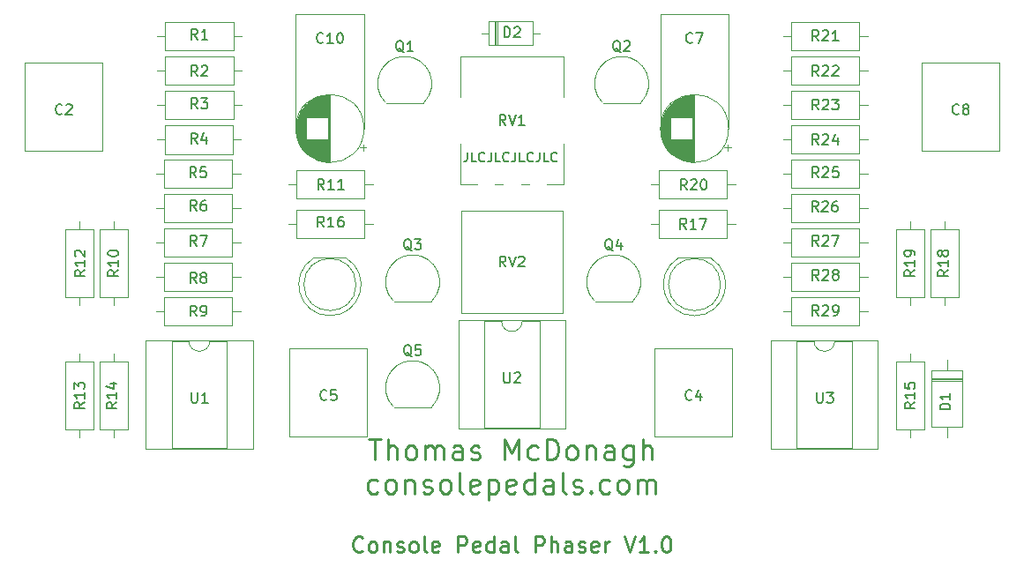
<source format=gbr>
G04 #@! TF.GenerationSoftware,KiCad,Pcbnew,(5.1.7)-1*
G04 #@! TF.CreationDate,2021-07-20T19:06:59-05:00*
G04 #@! TF.ProjectId,ConsolePedalPhaser,436f6e73-6f6c-4655-9065-64616c506861,rev?*
G04 #@! TF.SameCoordinates,Original*
G04 #@! TF.FileFunction,Legend,Top*
G04 #@! TF.FilePolarity,Positive*
%FSLAX46Y46*%
G04 Gerber Fmt 4.6, Leading zero omitted, Abs format (unit mm)*
G04 Created by KiCad (PCBNEW (5.1.7)-1) date 2021-07-20 19:06:59*
%MOMM*%
%LPD*%
G01*
G04 APERTURE LIST*
%ADD10C,0.150000*%
%ADD11C,0.250000*%
%ADD12C,0.120000*%
G04 APERTURE END LIST*
D10*
X128430857Y-83581142D02*
X128430857Y-84224000D01*
X128388000Y-84352571D01*
X128302285Y-84438285D01*
X128173714Y-84481142D01*
X128088000Y-84481142D01*
X129288000Y-84481142D02*
X128859428Y-84481142D01*
X128859428Y-83581142D01*
X130102285Y-84395428D02*
X130059428Y-84438285D01*
X129930857Y-84481142D01*
X129845142Y-84481142D01*
X129716571Y-84438285D01*
X129630857Y-84352571D01*
X129588000Y-84266857D01*
X129545142Y-84095428D01*
X129545142Y-83966857D01*
X129588000Y-83795428D01*
X129630857Y-83709714D01*
X129716571Y-83624000D01*
X129845142Y-83581142D01*
X129930857Y-83581142D01*
X130059428Y-83624000D01*
X130102285Y-83666857D01*
X130745142Y-83581142D02*
X130745142Y-84224000D01*
X130702285Y-84352571D01*
X130616571Y-84438285D01*
X130488000Y-84481142D01*
X130402285Y-84481142D01*
X131602285Y-84481142D02*
X131173714Y-84481142D01*
X131173714Y-83581142D01*
X132416571Y-84395428D02*
X132373714Y-84438285D01*
X132245142Y-84481142D01*
X132159428Y-84481142D01*
X132030857Y-84438285D01*
X131945142Y-84352571D01*
X131902285Y-84266857D01*
X131859428Y-84095428D01*
X131859428Y-83966857D01*
X131902285Y-83795428D01*
X131945142Y-83709714D01*
X132030857Y-83624000D01*
X132159428Y-83581142D01*
X132245142Y-83581142D01*
X132373714Y-83624000D01*
X132416571Y-83666857D01*
X133059428Y-83581142D02*
X133059428Y-84224000D01*
X133016571Y-84352571D01*
X132930857Y-84438285D01*
X132802285Y-84481142D01*
X132716571Y-84481142D01*
X133916571Y-84481142D02*
X133488000Y-84481142D01*
X133488000Y-83581142D01*
X134730857Y-84395428D02*
X134688000Y-84438285D01*
X134559428Y-84481142D01*
X134473714Y-84481142D01*
X134345142Y-84438285D01*
X134259428Y-84352571D01*
X134216571Y-84266857D01*
X134173714Y-84095428D01*
X134173714Y-83966857D01*
X134216571Y-83795428D01*
X134259428Y-83709714D01*
X134345142Y-83624000D01*
X134473714Y-83581142D01*
X134559428Y-83581142D01*
X134688000Y-83624000D01*
X134730857Y-83666857D01*
X135373714Y-83581142D02*
X135373714Y-84224000D01*
X135330857Y-84352571D01*
X135245142Y-84438285D01*
X135116571Y-84481142D01*
X135030857Y-84481142D01*
X136230857Y-84481142D02*
X135802285Y-84481142D01*
X135802285Y-83581142D01*
X137045142Y-84395428D02*
X137002285Y-84438285D01*
X136873714Y-84481142D01*
X136788000Y-84481142D01*
X136659428Y-84438285D01*
X136573714Y-84352571D01*
X136530857Y-84266857D01*
X136488000Y-84095428D01*
X136488000Y-83966857D01*
X136530857Y-83795428D01*
X136573714Y-83709714D01*
X136659428Y-83624000D01*
X136788000Y-83581142D01*
X136873714Y-83581142D01*
X137002285Y-83624000D01*
X137045142Y-83666857D01*
D11*
X118393571Y-121820714D02*
X118322142Y-121892142D01*
X118107857Y-121963571D01*
X117965000Y-121963571D01*
X117750714Y-121892142D01*
X117607857Y-121749285D01*
X117536428Y-121606428D01*
X117465000Y-121320714D01*
X117465000Y-121106428D01*
X117536428Y-120820714D01*
X117607857Y-120677857D01*
X117750714Y-120535000D01*
X117965000Y-120463571D01*
X118107857Y-120463571D01*
X118322142Y-120535000D01*
X118393571Y-120606428D01*
X119250714Y-121963571D02*
X119107857Y-121892142D01*
X119036428Y-121820714D01*
X118965000Y-121677857D01*
X118965000Y-121249285D01*
X119036428Y-121106428D01*
X119107857Y-121035000D01*
X119250714Y-120963571D01*
X119465000Y-120963571D01*
X119607857Y-121035000D01*
X119679285Y-121106428D01*
X119750714Y-121249285D01*
X119750714Y-121677857D01*
X119679285Y-121820714D01*
X119607857Y-121892142D01*
X119465000Y-121963571D01*
X119250714Y-121963571D01*
X120393571Y-120963571D02*
X120393571Y-121963571D01*
X120393571Y-121106428D02*
X120465000Y-121035000D01*
X120607857Y-120963571D01*
X120822142Y-120963571D01*
X120965000Y-121035000D01*
X121036428Y-121177857D01*
X121036428Y-121963571D01*
X121679285Y-121892142D02*
X121822142Y-121963571D01*
X122107857Y-121963571D01*
X122250714Y-121892142D01*
X122322142Y-121749285D01*
X122322142Y-121677857D01*
X122250714Y-121535000D01*
X122107857Y-121463571D01*
X121893571Y-121463571D01*
X121750714Y-121392142D01*
X121679285Y-121249285D01*
X121679285Y-121177857D01*
X121750714Y-121035000D01*
X121893571Y-120963571D01*
X122107857Y-120963571D01*
X122250714Y-121035000D01*
X123179285Y-121963571D02*
X123036428Y-121892142D01*
X122965000Y-121820714D01*
X122893571Y-121677857D01*
X122893571Y-121249285D01*
X122965000Y-121106428D01*
X123036428Y-121035000D01*
X123179285Y-120963571D01*
X123393571Y-120963571D01*
X123536428Y-121035000D01*
X123607857Y-121106428D01*
X123679285Y-121249285D01*
X123679285Y-121677857D01*
X123607857Y-121820714D01*
X123536428Y-121892142D01*
X123393571Y-121963571D01*
X123179285Y-121963571D01*
X124536428Y-121963571D02*
X124393571Y-121892142D01*
X124322142Y-121749285D01*
X124322142Y-120463571D01*
X125679285Y-121892142D02*
X125536428Y-121963571D01*
X125250714Y-121963571D01*
X125107857Y-121892142D01*
X125036428Y-121749285D01*
X125036428Y-121177857D01*
X125107857Y-121035000D01*
X125250714Y-120963571D01*
X125536428Y-120963571D01*
X125679285Y-121035000D01*
X125750714Y-121177857D01*
X125750714Y-121320714D01*
X125036428Y-121463571D01*
X127536428Y-121963571D02*
X127536428Y-120463571D01*
X128107857Y-120463571D01*
X128250714Y-120535000D01*
X128322142Y-120606428D01*
X128393571Y-120749285D01*
X128393571Y-120963571D01*
X128322142Y-121106428D01*
X128250714Y-121177857D01*
X128107857Y-121249285D01*
X127536428Y-121249285D01*
X129607857Y-121892142D02*
X129465000Y-121963571D01*
X129179285Y-121963571D01*
X129036428Y-121892142D01*
X128965000Y-121749285D01*
X128965000Y-121177857D01*
X129036428Y-121035000D01*
X129179285Y-120963571D01*
X129465000Y-120963571D01*
X129607857Y-121035000D01*
X129679285Y-121177857D01*
X129679285Y-121320714D01*
X128965000Y-121463571D01*
X130965000Y-121963571D02*
X130965000Y-120463571D01*
X130965000Y-121892142D02*
X130822142Y-121963571D01*
X130536428Y-121963571D01*
X130393571Y-121892142D01*
X130322142Y-121820714D01*
X130250714Y-121677857D01*
X130250714Y-121249285D01*
X130322142Y-121106428D01*
X130393571Y-121035000D01*
X130536428Y-120963571D01*
X130822142Y-120963571D01*
X130965000Y-121035000D01*
X132322142Y-121963571D02*
X132322142Y-121177857D01*
X132250714Y-121035000D01*
X132107857Y-120963571D01*
X131822142Y-120963571D01*
X131679285Y-121035000D01*
X132322142Y-121892142D02*
X132179285Y-121963571D01*
X131822142Y-121963571D01*
X131679285Y-121892142D01*
X131607857Y-121749285D01*
X131607857Y-121606428D01*
X131679285Y-121463571D01*
X131822142Y-121392142D01*
X132179285Y-121392142D01*
X132322142Y-121320714D01*
X133250714Y-121963571D02*
X133107857Y-121892142D01*
X133036428Y-121749285D01*
X133036428Y-120463571D01*
X134965000Y-121963571D02*
X134965000Y-120463571D01*
X135536428Y-120463571D01*
X135679285Y-120535000D01*
X135750714Y-120606428D01*
X135822142Y-120749285D01*
X135822142Y-120963571D01*
X135750714Y-121106428D01*
X135679285Y-121177857D01*
X135536428Y-121249285D01*
X134965000Y-121249285D01*
X136465000Y-121963571D02*
X136465000Y-120463571D01*
X137107857Y-121963571D02*
X137107857Y-121177857D01*
X137036428Y-121035000D01*
X136893571Y-120963571D01*
X136679285Y-120963571D01*
X136536428Y-121035000D01*
X136465000Y-121106428D01*
X138465000Y-121963571D02*
X138465000Y-121177857D01*
X138393571Y-121035000D01*
X138250714Y-120963571D01*
X137965000Y-120963571D01*
X137822142Y-121035000D01*
X138465000Y-121892142D02*
X138322142Y-121963571D01*
X137965000Y-121963571D01*
X137822142Y-121892142D01*
X137750714Y-121749285D01*
X137750714Y-121606428D01*
X137822142Y-121463571D01*
X137965000Y-121392142D01*
X138322142Y-121392142D01*
X138465000Y-121320714D01*
X139107857Y-121892142D02*
X139250714Y-121963571D01*
X139536428Y-121963571D01*
X139679285Y-121892142D01*
X139750714Y-121749285D01*
X139750714Y-121677857D01*
X139679285Y-121535000D01*
X139536428Y-121463571D01*
X139322142Y-121463571D01*
X139179285Y-121392142D01*
X139107857Y-121249285D01*
X139107857Y-121177857D01*
X139179285Y-121035000D01*
X139322142Y-120963571D01*
X139536428Y-120963571D01*
X139679285Y-121035000D01*
X140965000Y-121892142D02*
X140822142Y-121963571D01*
X140536428Y-121963571D01*
X140393571Y-121892142D01*
X140322142Y-121749285D01*
X140322142Y-121177857D01*
X140393571Y-121035000D01*
X140536428Y-120963571D01*
X140822142Y-120963571D01*
X140965000Y-121035000D01*
X141036428Y-121177857D01*
X141036428Y-121320714D01*
X140322142Y-121463571D01*
X141679285Y-121963571D02*
X141679285Y-120963571D01*
X141679285Y-121249285D02*
X141750714Y-121106428D01*
X141822142Y-121035000D01*
X141965000Y-120963571D01*
X142107857Y-120963571D01*
X143536428Y-120463571D02*
X144036428Y-121963571D01*
X144536428Y-120463571D01*
X145822142Y-121963571D02*
X144965000Y-121963571D01*
X145393571Y-121963571D02*
X145393571Y-120463571D01*
X145250714Y-120677857D01*
X145107857Y-120820714D01*
X144965000Y-120892142D01*
X146465000Y-121820714D02*
X146536428Y-121892142D01*
X146465000Y-121963571D01*
X146393571Y-121892142D01*
X146465000Y-121820714D01*
X146465000Y-121963571D01*
X147465000Y-120463571D02*
X147607857Y-120463571D01*
X147750714Y-120535000D01*
X147822142Y-120606428D01*
X147893571Y-120749285D01*
X147965000Y-121035000D01*
X147965000Y-121392142D01*
X147893571Y-121677857D01*
X147822142Y-121820714D01*
X147750714Y-121892142D01*
X147607857Y-121963571D01*
X147465000Y-121963571D01*
X147322142Y-121892142D01*
X147250714Y-121820714D01*
X147179285Y-121677857D01*
X147107857Y-121392142D01*
X147107857Y-121035000D01*
X147179285Y-120749285D01*
X147250714Y-120606428D01*
X147322142Y-120535000D01*
X147465000Y-120463571D01*
X119000714Y-111071761D02*
X120143571Y-111071761D01*
X119572142Y-113071761D02*
X119572142Y-111071761D01*
X120810238Y-113071761D02*
X120810238Y-111071761D01*
X121667380Y-113071761D02*
X121667380Y-112024142D01*
X121572142Y-111833666D01*
X121381666Y-111738428D01*
X121095952Y-111738428D01*
X120905476Y-111833666D01*
X120810238Y-111928904D01*
X122905476Y-113071761D02*
X122715000Y-112976523D01*
X122619761Y-112881285D01*
X122524523Y-112690809D01*
X122524523Y-112119380D01*
X122619761Y-111928904D01*
X122715000Y-111833666D01*
X122905476Y-111738428D01*
X123191190Y-111738428D01*
X123381666Y-111833666D01*
X123476904Y-111928904D01*
X123572142Y-112119380D01*
X123572142Y-112690809D01*
X123476904Y-112881285D01*
X123381666Y-112976523D01*
X123191190Y-113071761D01*
X122905476Y-113071761D01*
X124429285Y-113071761D02*
X124429285Y-111738428D01*
X124429285Y-111928904D02*
X124524523Y-111833666D01*
X124715000Y-111738428D01*
X125000714Y-111738428D01*
X125191190Y-111833666D01*
X125286428Y-112024142D01*
X125286428Y-113071761D01*
X125286428Y-112024142D02*
X125381666Y-111833666D01*
X125572142Y-111738428D01*
X125857857Y-111738428D01*
X126048333Y-111833666D01*
X126143571Y-112024142D01*
X126143571Y-113071761D01*
X127953095Y-113071761D02*
X127953095Y-112024142D01*
X127857857Y-111833666D01*
X127667380Y-111738428D01*
X127286428Y-111738428D01*
X127095952Y-111833666D01*
X127953095Y-112976523D02*
X127762619Y-113071761D01*
X127286428Y-113071761D01*
X127095952Y-112976523D01*
X127000714Y-112786047D01*
X127000714Y-112595571D01*
X127095952Y-112405095D01*
X127286428Y-112309857D01*
X127762619Y-112309857D01*
X127953095Y-112214619D01*
X128810238Y-112976523D02*
X129000714Y-113071761D01*
X129381666Y-113071761D01*
X129572142Y-112976523D01*
X129667380Y-112786047D01*
X129667380Y-112690809D01*
X129572142Y-112500333D01*
X129381666Y-112405095D01*
X129095952Y-112405095D01*
X128905476Y-112309857D01*
X128810238Y-112119380D01*
X128810238Y-112024142D01*
X128905476Y-111833666D01*
X129095952Y-111738428D01*
X129381666Y-111738428D01*
X129572142Y-111833666D01*
X132048333Y-113071761D02*
X132048333Y-111071761D01*
X132715000Y-112500333D01*
X133381666Y-111071761D01*
X133381666Y-113071761D01*
X135191190Y-112976523D02*
X135000714Y-113071761D01*
X134619761Y-113071761D01*
X134429285Y-112976523D01*
X134334047Y-112881285D01*
X134238809Y-112690809D01*
X134238809Y-112119380D01*
X134334047Y-111928904D01*
X134429285Y-111833666D01*
X134619761Y-111738428D01*
X135000714Y-111738428D01*
X135191190Y-111833666D01*
X136048333Y-113071761D02*
X136048333Y-111071761D01*
X136524523Y-111071761D01*
X136810238Y-111167000D01*
X137000714Y-111357476D01*
X137095952Y-111547952D01*
X137191190Y-111928904D01*
X137191190Y-112214619D01*
X137095952Y-112595571D01*
X137000714Y-112786047D01*
X136810238Y-112976523D01*
X136524523Y-113071761D01*
X136048333Y-113071761D01*
X138334047Y-113071761D02*
X138143571Y-112976523D01*
X138048333Y-112881285D01*
X137953095Y-112690809D01*
X137953095Y-112119380D01*
X138048333Y-111928904D01*
X138143571Y-111833666D01*
X138334047Y-111738428D01*
X138619761Y-111738428D01*
X138810238Y-111833666D01*
X138905476Y-111928904D01*
X139000714Y-112119380D01*
X139000714Y-112690809D01*
X138905476Y-112881285D01*
X138810238Y-112976523D01*
X138619761Y-113071761D01*
X138334047Y-113071761D01*
X139857857Y-111738428D02*
X139857857Y-113071761D01*
X139857857Y-111928904D02*
X139953095Y-111833666D01*
X140143571Y-111738428D01*
X140429285Y-111738428D01*
X140619761Y-111833666D01*
X140715000Y-112024142D01*
X140715000Y-113071761D01*
X142524523Y-113071761D02*
X142524523Y-112024142D01*
X142429285Y-111833666D01*
X142238809Y-111738428D01*
X141857857Y-111738428D01*
X141667380Y-111833666D01*
X142524523Y-112976523D02*
X142334047Y-113071761D01*
X141857857Y-113071761D01*
X141667380Y-112976523D01*
X141572142Y-112786047D01*
X141572142Y-112595571D01*
X141667380Y-112405095D01*
X141857857Y-112309857D01*
X142334047Y-112309857D01*
X142524523Y-112214619D01*
X144334047Y-111738428D02*
X144334047Y-113357476D01*
X144238809Y-113547952D01*
X144143571Y-113643190D01*
X143953095Y-113738428D01*
X143667380Y-113738428D01*
X143476904Y-113643190D01*
X144334047Y-112976523D02*
X144143571Y-113071761D01*
X143762619Y-113071761D01*
X143572142Y-112976523D01*
X143476904Y-112881285D01*
X143381666Y-112690809D01*
X143381666Y-112119380D01*
X143476904Y-111928904D01*
X143572142Y-111833666D01*
X143762619Y-111738428D01*
X144143571Y-111738428D01*
X144334047Y-111833666D01*
X145286428Y-113071761D02*
X145286428Y-111071761D01*
X146143571Y-113071761D02*
X146143571Y-112024142D01*
X146048333Y-111833666D01*
X145857857Y-111738428D01*
X145572142Y-111738428D01*
X145381666Y-111833666D01*
X145286428Y-111928904D01*
X119810238Y-116226523D02*
X119619761Y-116321761D01*
X119238809Y-116321761D01*
X119048333Y-116226523D01*
X118953095Y-116131285D01*
X118857857Y-115940809D01*
X118857857Y-115369380D01*
X118953095Y-115178904D01*
X119048333Y-115083666D01*
X119238809Y-114988428D01*
X119619761Y-114988428D01*
X119810238Y-115083666D01*
X120953095Y-116321761D02*
X120762619Y-116226523D01*
X120667380Y-116131285D01*
X120572142Y-115940809D01*
X120572142Y-115369380D01*
X120667380Y-115178904D01*
X120762619Y-115083666D01*
X120953095Y-114988428D01*
X121238809Y-114988428D01*
X121429285Y-115083666D01*
X121524523Y-115178904D01*
X121619761Y-115369380D01*
X121619761Y-115940809D01*
X121524523Y-116131285D01*
X121429285Y-116226523D01*
X121238809Y-116321761D01*
X120953095Y-116321761D01*
X122476904Y-114988428D02*
X122476904Y-116321761D01*
X122476904Y-115178904D02*
X122572142Y-115083666D01*
X122762619Y-114988428D01*
X123048333Y-114988428D01*
X123238809Y-115083666D01*
X123334047Y-115274142D01*
X123334047Y-116321761D01*
X124191190Y-116226523D02*
X124381666Y-116321761D01*
X124762619Y-116321761D01*
X124953095Y-116226523D01*
X125048333Y-116036047D01*
X125048333Y-115940809D01*
X124953095Y-115750333D01*
X124762619Y-115655095D01*
X124476904Y-115655095D01*
X124286428Y-115559857D01*
X124191190Y-115369380D01*
X124191190Y-115274142D01*
X124286428Y-115083666D01*
X124476904Y-114988428D01*
X124762619Y-114988428D01*
X124953095Y-115083666D01*
X126191190Y-116321761D02*
X126000714Y-116226523D01*
X125905476Y-116131285D01*
X125810238Y-115940809D01*
X125810238Y-115369380D01*
X125905476Y-115178904D01*
X126000714Y-115083666D01*
X126191190Y-114988428D01*
X126476904Y-114988428D01*
X126667380Y-115083666D01*
X126762619Y-115178904D01*
X126857857Y-115369380D01*
X126857857Y-115940809D01*
X126762619Y-116131285D01*
X126667380Y-116226523D01*
X126476904Y-116321761D01*
X126191190Y-116321761D01*
X128000714Y-116321761D02*
X127810238Y-116226523D01*
X127715000Y-116036047D01*
X127715000Y-114321761D01*
X129524523Y-116226523D02*
X129334047Y-116321761D01*
X128953095Y-116321761D01*
X128762619Y-116226523D01*
X128667380Y-116036047D01*
X128667380Y-115274142D01*
X128762619Y-115083666D01*
X128953095Y-114988428D01*
X129334047Y-114988428D01*
X129524523Y-115083666D01*
X129619761Y-115274142D01*
X129619761Y-115464619D01*
X128667380Y-115655095D01*
X130476904Y-114988428D02*
X130476904Y-116988428D01*
X130476904Y-115083666D02*
X130667380Y-114988428D01*
X131048333Y-114988428D01*
X131238809Y-115083666D01*
X131334047Y-115178904D01*
X131429285Y-115369380D01*
X131429285Y-115940809D01*
X131334047Y-116131285D01*
X131238809Y-116226523D01*
X131048333Y-116321761D01*
X130667380Y-116321761D01*
X130476904Y-116226523D01*
X133048333Y-116226523D02*
X132857857Y-116321761D01*
X132476904Y-116321761D01*
X132286428Y-116226523D01*
X132191190Y-116036047D01*
X132191190Y-115274142D01*
X132286428Y-115083666D01*
X132476904Y-114988428D01*
X132857857Y-114988428D01*
X133048333Y-115083666D01*
X133143571Y-115274142D01*
X133143571Y-115464619D01*
X132191190Y-115655095D01*
X134857857Y-116321761D02*
X134857857Y-114321761D01*
X134857857Y-116226523D02*
X134667380Y-116321761D01*
X134286428Y-116321761D01*
X134095952Y-116226523D01*
X134000714Y-116131285D01*
X133905476Y-115940809D01*
X133905476Y-115369380D01*
X134000714Y-115178904D01*
X134095952Y-115083666D01*
X134286428Y-114988428D01*
X134667380Y-114988428D01*
X134857857Y-115083666D01*
X136667380Y-116321761D02*
X136667380Y-115274142D01*
X136572142Y-115083666D01*
X136381666Y-114988428D01*
X136000714Y-114988428D01*
X135810238Y-115083666D01*
X136667380Y-116226523D02*
X136476904Y-116321761D01*
X136000714Y-116321761D01*
X135810238Y-116226523D01*
X135715000Y-116036047D01*
X135715000Y-115845571D01*
X135810238Y-115655095D01*
X136000714Y-115559857D01*
X136476904Y-115559857D01*
X136667380Y-115464619D01*
X137905476Y-116321761D02*
X137715000Y-116226523D01*
X137619761Y-116036047D01*
X137619761Y-114321761D01*
X138572142Y-116226523D02*
X138762619Y-116321761D01*
X139143571Y-116321761D01*
X139334047Y-116226523D01*
X139429285Y-116036047D01*
X139429285Y-115940809D01*
X139334047Y-115750333D01*
X139143571Y-115655095D01*
X138857857Y-115655095D01*
X138667380Y-115559857D01*
X138572142Y-115369380D01*
X138572142Y-115274142D01*
X138667380Y-115083666D01*
X138857857Y-114988428D01*
X139143571Y-114988428D01*
X139334047Y-115083666D01*
X140286428Y-116131285D02*
X140381666Y-116226523D01*
X140286428Y-116321761D01*
X140191190Y-116226523D01*
X140286428Y-116131285D01*
X140286428Y-116321761D01*
X142095952Y-116226523D02*
X141905476Y-116321761D01*
X141524523Y-116321761D01*
X141334047Y-116226523D01*
X141238809Y-116131285D01*
X141143571Y-115940809D01*
X141143571Y-115369380D01*
X141238809Y-115178904D01*
X141334047Y-115083666D01*
X141524523Y-114988428D01*
X141905476Y-114988428D01*
X142095952Y-115083666D01*
X143238809Y-116321761D02*
X143048333Y-116226523D01*
X142953095Y-116131285D01*
X142857857Y-115940809D01*
X142857857Y-115369380D01*
X142953095Y-115178904D01*
X143048333Y-115083666D01*
X143238809Y-114988428D01*
X143524523Y-114988428D01*
X143715000Y-115083666D01*
X143810238Y-115178904D01*
X143905476Y-115369380D01*
X143905476Y-115940809D01*
X143810238Y-116131285D01*
X143715000Y-116226523D01*
X143524523Y-116321761D01*
X143238809Y-116321761D01*
X144762619Y-116321761D02*
X144762619Y-114988428D01*
X144762619Y-115178904D02*
X144857857Y-115083666D01*
X145048333Y-114988428D01*
X145334047Y-114988428D01*
X145524523Y-115083666D01*
X145619761Y-115274142D01*
X145619761Y-116321761D01*
X145619761Y-115274142D02*
X145715000Y-115083666D01*
X145905476Y-114988428D01*
X146191190Y-114988428D01*
X146381666Y-115083666D01*
X146476904Y-115274142D01*
X146476904Y-116321761D01*
D12*
G04 #@! TO.C,D3*
X117750000Y-96270000D02*
G75*
G03*
X117750000Y-96270000I-2500000J0D01*
G01*
X116795000Y-93710000D02*
X113705000Y-93710000D01*
X115249538Y-99260000D02*
G75*
G03*
X116794830Y-93710000I462J2990000D01*
G01*
X115250462Y-99260000D02*
G75*
G02*
X113705170Y-93710000I-462J2990000D01*
G01*
G04 #@! TO.C,D4*
X151795000Y-93710000D02*
X148705000Y-93710000D01*
X152750000Y-96270000D02*
G75*
G03*
X152750000Y-96270000I-2500000J0D01*
G01*
X150250462Y-99260000D02*
G75*
G02*
X148705170Y-93710000I-462J2990000D01*
G01*
X150249538Y-99260000D02*
G75*
G03*
X151794830Y-93710000I462J2990000D01*
G01*
G04 #@! TO.C,R29*
X166084000Y-100176000D02*
X166084000Y-97436000D01*
X166084000Y-97436000D02*
X159544000Y-97436000D01*
X159544000Y-97436000D02*
X159544000Y-100176000D01*
X159544000Y-100176000D02*
X166084000Y-100176000D01*
X166854000Y-98806000D02*
X166084000Y-98806000D01*
X158774000Y-98806000D02*
X159544000Y-98806000D01*
G04 #@! TO.C,C2*
X93422000Y-83412000D02*
X85982000Y-83412000D01*
X93422000Y-74922000D02*
X85982000Y-74922000D01*
X93422000Y-83412000D02*
X93422000Y-74922000D01*
X85982000Y-83412000D02*
X85982000Y-74922000D01*
G04 #@! TO.C,C4*
X153874000Y-110844000D02*
X146434000Y-110844000D01*
X153874000Y-102354000D02*
X146434000Y-102354000D01*
X153874000Y-110844000D02*
X153874000Y-102354000D01*
X146434000Y-110844000D02*
X146434000Y-102354000D01*
G04 #@! TO.C,C5*
X111382000Y-110844000D02*
X111382000Y-102354000D01*
X118822000Y-110844000D02*
X118822000Y-102354000D01*
X118822000Y-102354000D02*
X111382000Y-102354000D01*
X118822000Y-110844000D02*
X111382000Y-110844000D01*
G04 #@! TO.C,C7*
X153435241Y-83434000D02*
X153435241Y-82804000D01*
X153750241Y-83119000D02*
X153120241Y-83119000D01*
X147009000Y-81682000D02*
X147009000Y-80878000D01*
X147049000Y-81913000D02*
X147049000Y-80647000D01*
X147089000Y-82082000D02*
X147089000Y-80478000D01*
X147129000Y-82220000D02*
X147129000Y-80340000D01*
X147169000Y-82339000D02*
X147169000Y-80221000D01*
X147209000Y-82445000D02*
X147209000Y-80115000D01*
X147249000Y-82542000D02*
X147249000Y-80018000D01*
X147289000Y-82630000D02*
X147289000Y-79930000D01*
X147329000Y-82712000D02*
X147329000Y-79848000D01*
X147369000Y-82789000D02*
X147369000Y-79771000D01*
X147409000Y-82861000D02*
X147409000Y-79699000D01*
X147449000Y-82930000D02*
X147449000Y-79630000D01*
X147489000Y-82994000D02*
X147489000Y-79566000D01*
X147529000Y-83056000D02*
X147529000Y-79504000D01*
X147569000Y-83114000D02*
X147569000Y-79446000D01*
X147609000Y-83170000D02*
X147609000Y-79390000D01*
X147649000Y-83224000D02*
X147649000Y-79336000D01*
X147689000Y-83275000D02*
X147689000Y-79285000D01*
X147729000Y-83324000D02*
X147729000Y-79236000D01*
X147769000Y-83372000D02*
X147769000Y-79188000D01*
X147809000Y-83417000D02*
X147809000Y-79143000D01*
X147849000Y-83462000D02*
X147849000Y-79098000D01*
X147889000Y-83504000D02*
X147889000Y-79056000D01*
X147929000Y-83545000D02*
X147929000Y-79015000D01*
X147969000Y-80240000D02*
X147969000Y-78975000D01*
X147969000Y-83585000D02*
X147969000Y-82320000D01*
X148009000Y-80240000D02*
X148009000Y-78937000D01*
X148009000Y-83623000D02*
X148009000Y-82320000D01*
X148049000Y-80240000D02*
X148049000Y-78900000D01*
X148049000Y-83660000D02*
X148049000Y-82320000D01*
X148089000Y-80240000D02*
X148089000Y-78864000D01*
X148089000Y-83696000D02*
X148089000Y-82320000D01*
X148129000Y-80240000D02*
X148129000Y-78830000D01*
X148129000Y-83730000D02*
X148129000Y-82320000D01*
X148169000Y-80240000D02*
X148169000Y-78796000D01*
X148169000Y-83764000D02*
X148169000Y-82320000D01*
X148209000Y-80240000D02*
X148209000Y-78764000D01*
X148209000Y-83796000D02*
X148209000Y-82320000D01*
X148249000Y-80240000D02*
X148249000Y-78732000D01*
X148249000Y-83828000D02*
X148249000Y-82320000D01*
X148289000Y-80240000D02*
X148289000Y-78702000D01*
X148289000Y-83858000D02*
X148289000Y-82320000D01*
X148329000Y-80240000D02*
X148329000Y-78673000D01*
X148329000Y-83887000D02*
X148329000Y-82320000D01*
X148369000Y-80240000D02*
X148369000Y-78644000D01*
X148369000Y-83916000D02*
X148369000Y-82320000D01*
X148409000Y-80240000D02*
X148409000Y-78616000D01*
X148409000Y-83944000D02*
X148409000Y-82320000D01*
X148449000Y-80240000D02*
X148449000Y-78590000D01*
X148449000Y-83970000D02*
X148449000Y-82320000D01*
X148489000Y-80240000D02*
X148489000Y-78564000D01*
X148489000Y-83996000D02*
X148489000Y-82320000D01*
X148529000Y-80240000D02*
X148529000Y-78538000D01*
X148529000Y-84022000D02*
X148529000Y-82320000D01*
X148569000Y-80240000D02*
X148569000Y-78514000D01*
X148569000Y-84046000D02*
X148569000Y-82320000D01*
X148609000Y-80240000D02*
X148609000Y-78490000D01*
X148609000Y-84070000D02*
X148609000Y-82320000D01*
X148649000Y-80240000D02*
X148649000Y-78468000D01*
X148649000Y-84092000D02*
X148649000Y-82320000D01*
X148689000Y-80240000D02*
X148689000Y-78446000D01*
X148689000Y-84114000D02*
X148689000Y-82320000D01*
X148729000Y-80240000D02*
X148729000Y-78424000D01*
X148729000Y-84136000D02*
X148729000Y-82320000D01*
X148769000Y-80240000D02*
X148769000Y-78404000D01*
X148769000Y-84156000D02*
X148769000Y-82320000D01*
X148809000Y-80240000D02*
X148809000Y-78384000D01*
X148809000Y-84176000D02*
X148809000Y-82320000D01*
X148849000Y-80240000D02*
X148849000Y-78364000D01*
X148849000Y-84196000D02*
X148849000Y-82320000D01*
X148889000Y-80240000D02*
X148889000Y-78346000D01*
X148889000Y-84214000D02*
X148889000Y-82320000D01*
X148929000Y-80240000D02*
X148929000Y-78328000D01*
X148929000Y-84232000D02*
X148929000Y-82320000D01*
X148969000Y-80240000D02*
X148969000Y-78310000D01*
X148969000Y-84250000D02*
X148969000Y-82320000D01*
X149009000Y-80240000D02*
X149009000Y-78294000D01*
X149009000Y-84266000D02*
X149009000Y-82320000D01*
X149049000Y-80240000D02*
X149049000Y-78278000D01*
X149049000Y-84282000D02*
X149049000Y-82320000D01*
X149089000Y-80240000D02*
X149089000Y-78262000D01*
X149089000Y-84298000D02*
X149089000Y-82320000D01*
X149129000Y-80240000D02*
X149129000Y-78247000D01*
X149129000Y-84313000D02*
X149129000Y-82320000D01*
X149169000Y-80240000D02*
X149169000Y-78233000D01*
X149169000Y-84327000D02*
X149169000Y-82320000D01*
X149209000Y-80240000D02*
X149209000Y-78219000D01*
X149209000Y-84341000D02*
X149209000Y-82320000D01*
X149249000Y-80240000D02*
X149249000Y-78206000D01*
X149249000Y-84354000D02*
X149249000Y-82320000D01*
X149289000Y-80240000D02*
X149289000Y-78194000D01*
X149289000Y-84366000D02*
X149289000Y-82320000D01*
X149329000Y-80240000D02*
X149329000Y-78182000D01*
X149329000Y-84378000D02*
X149329000Y-82320000D01*
X149369000Y-80240000D02*
X149369000Y-78170000D01*
X149369000Y-84390000D02*
X149369000Y-82320000D01*
X149409000Y-80240000D02*
X149409000Y-78159000D01*
X149409000Y-84401000D02*
X149409000Y-82320000D01*
X149449000Y-80240000D02*
X149449000Y-78149000D01*
X149449000Y-84411000D02*
X149449000Y-82320000D01*
X149489000Y-80240000D02*
X149489000Y-78139000D01*
X149489000Y-84421000D02*
X149489000Y-82320000D01*
X149529000Y-80240000D02*
X149529000Y-78130000D01*
X149529000Y-84430000D02*
X149529000Y-82320000D01*
X149570000Y-80240000D02*
X149570000Y-78121000D01*
X149570000Y-84439000D02*
X149570000Y-82320000D01*
X149610000Y-80240000D02*
X149610000Y-78113000D01*
X149610000Y-84447000D02*
X149610000Y-82320000D01*
X149650000Y-80240000D02*
X149650000Y-78105000D01*
X149650000Y-84455000D02*
X149650000Y-82320000D01*
X149690000Y-80240000D02*
X149690000Y-78098000D01*
X149690000Y-84462000D02*
X149690000Y-82320000D01*
X149730000Y-80240000D02*
X149730000Y-78091000D01*
X149730000Y-84469000D02*
X149730000Y-82320000D01*
X149770000Y-80240000D02*
X149770000Y-78085000D01*
X149770000Y-84475000D02*
X149770000Y-82320000D01*
X149810000Y-80240000D02*
X149810000Y-78079000D01*
X149810000Y-84481000D02*
X149810000Y-82320000D01*
X149850000Y-80240000D02*
X149850000Y-78074000D01*
X149850000Y-84486000D02*
X149850000Y-82320000D01*
X149890000Y-80240000D02*
X149890000Y-78069000D01*
X149890000Y-84491000D02*
X149890000Y-82320000D01*
X149930000Y-80240000D02*
X149930000Y-78065000D01*
X149930000Y-84495000D02*
X149930000Y-82320000D01*
X149970000Y-80240000D02*
X149970000Y-78062000D01*
X149970000Y-84498000D02*
X149970000Y-82320000D01*
X150010000Y-80240000D02*
X150010000Y-78058000D01*
X150010000Y-84502000D02*
X150010000Y-82320000D01*
X150050000Y-84504000D02*
X150050000Y-78056000D01*
X150090000Y-84507000D02*
X150090000Y-78053000D01*
X150130000Y-84508000D02*
X150130000Y-78052000D01*
X150170000Y-84510000D02*
X150170000Y-78050000D01*
X150210000Y-84510000D02*
X150210000Y-78050000D01*
X150250000Y-84510000D02*
X150250000Y-78050000D01*
X153520000Y-81280000D02*
G75*
G03*
X153520000Y-81280000I-3270000J0D01*
G01*
X153520000Y-81280000D02*
X153520000Y-70280000D01*
X146980000Y-81280000D02*
X146980000Y-70280000D01*
X153520000Y-70280000D02*
X146980000Y-70280000D01*
G04 #@! TO.C,C8*
X172071500Y-83412000D02*
X172071500Y-74922000D01*
X179511500Y-83412000D02*
X179511500Y-74922000D01*
X179511500Y-74922000D02*
X172071500Y-74922000D01*
X179511500Y-83412000D02*
X172071500Y-83412000D01*
G04 #@! TO.C,C10*
X118520000Y-70280000D02*
X111980000Y-70280000D01*
X111980000Y-81280000D02*
X111980000Y-70280000D01*
X118520000Y-81280000D02*
X118520000Y-70280000D01*
X118520000Y-81280000D02*
G75*
G03*
X118520000Y-81280000I-3270000J0D01*
G01*
X115250000Y-84510000D02*
X115250000Y-78050000D01*
X115210000Y-84510000D02*
X115210000Y-78050000D01*
X115170000Y-84510000D02*
X115170000Y-78050000D01*
X115130000Y-84508000D02*
X115130000Y-78052000D01*
X115090000Y-84507000D02*
X115090000Y-78053000D01*
X115050000Y-84504000D02*
X115050000Y-78056000D01*
X115010000Y-84502000D02*
X115010000Y-82320000D01*
X115010000Y-80240000D02*
X115010000Y-78058000D01*
X114970000Y-84498000D02*
X114970000Y-82320000D01*
X114970000Y-80240000D02*
X114970000Y-78062000D01*
X114930000Y-84495000D02*
X114930000Y-82320000D01*
X114930000Y-80240000D02*
X114930000Y-78065000D01*
X114890000Y-84491000D02*
X114890000Y-82320000D01*
X114890000Y-80240000D02*
X114890000Y-78069000D01*
X114850000Y-84486000D02*
X114850000Y-82320000D01*
X114850000Y-80240000D02*
X114850000Y-78074000D01*
X114810000Y-84481000D02*
X114810000Y-82320000D01*
X114810000Y-80240000D02*
X114810000Y-78079000D01*
X114770000Y-84475000D02*
X114770000Y-82320000D01*
X114770000Y-80240000D02*
X114770000Y-78085000D01*
X114730000Y-84469000D02*
X114730000Y-82320000D01*
X114730000Y-80240000D02*
X114730000Y-78091000D01*
X114690000Y-84462000D02*
X114690000Y-82320000D01*
X114690000Y-80240000D02*
X114690000Y-78098000D01*
X114650000Y-84455000D02*
X114650000Y-82320000D01*
X114650000Y-80240000D02*
X114650000Y-78105000D01*
X114610000Y-84447000D02*
X114610000Y-82320000D01*
X114610000Y-80240000D02*
X114610000Y-78113000D01*
X114570000Y-84439000D02*
X114570000Y-82320000D01*
X114570000Y-80240000D02*
X114570000Y-78121000D01*
X114529000Y-84430000D02*
X114529000Y-82320000D01*
X114529000Y-80240000D02*
X114529000Y-78130000D01*
X114489000Y-84421000D02*
X114489000Y-82320000D01*
X114489000Y-80240000D02*
X114489000Y-78139000D01*
X114449000Y-84411000D02*
X114449000Y-82320000D01*
X114449000Y-80240000D02*
X114449000Y-78149000D01*
X114409000Y-84401000D02*
X114409000Y-82320000D01*
X114409000Y-80240000D02*
X114409000Y-78159000D01*
X114369000Y-84390000D02*
X114369000Y-82320000D01*
X114369000Y-80240000D02*
X114369000Y-78170000D01*
X114329000Y-84378000D02*
X114329000Y-82320000D01*
X114329000Y-80240000D02*
X114329000Y-78182000D01*
X114289000Y-84366000D02*
X114289000Y-82320000D01*
X114289000Y-80240000D02*
X114289000Y-78194000D01*
X114249000Y-84354000D02*
X114249000Y-82320000D01*
X114249000Y-80240000D02*
X114249000Y-78206000D01*
X114209000Y-84341000D02*
X114209000Y-82320000D01*
X114209000Y-80240000D02*
X114209000Y-78219000D01*
X114169000Y-84327000D02*
X114169000Y-82320000D01*
X114169000Y-80240000D02*
X114169000Y-78233000D01*
X114129000Y-84313000D02*
X114129000Y-82320000D01*
X114129000Y-80240000D02*
X114129000Y-78247000D01*
X114089000Y-84298000D02*
X114089000Y-82320000D01*
X114089000Y-80240000D02*
X114089000Y-78262000D01*
X114049000Y-84282000D02*
X114049000Y-82320000D01*
X114049000Y-80240000D02*
X114049000Y-78278000D01*
X114009000Y-84266000D02*
X114009000Y-82320000D01*
X114009000Y-80240000D02*
X114009000Y-78294000D01*
X113969000Y-84250000D02*
X113969000Y-82320000D01*
X113969000Y-80240000D02*
X113969000Y-78310000D01*
X113929000Y-84232000D02*
X113929000Y-82320000D01*
X113929000Y-80240000D02*
X113929000Y-78328000D01*
X113889000Y-84214000D02*
X113889000Y-82320000D01*
X113889000Y-80240000D02*
X113889000Y-78346000D01*
X113849000Y-84196000D02*
X113849000Y-82320000D01*
X113849000Y-80240000D02*
X113849000Y-78364000D01*
X113809000Y-84176000D02*
X113809000Y-82320000D01*
X113809000Y-80240000D02*
X113809000Y-78384000D01*
X113769000Y-84156000D02*
X113769000Y-82320000D01*
X113769000Y-80240000D02*
X113769000Y-78404000D01*
X113729000Y-84136000D02*
X113729000Y-82320000D01*
X113729000Y-80240000D02*
X113729000Y-78424000D01*
X113689000Y-84114000D02*
X113689000Y-82320000D01*
X113689000Y-80240000D02*
X113689000Y-78446000D01*
X113649000Y-84092000D02*
X113649000Y-82320000D01*
X113649000Y-80240000D02*
X113649000Y-78468000D01*
X113609000Y-84070000D02*
X113609000Y-82320000D01*
X113609000Y-80240000D02*
X113609000Y-78490000D01*
X113569000Y-84046000D02*
X113569000Y-82320000D01*
X113569000Y-80240000D02*
X113569000Y-78514000D01*
X113529000Y-84022000D02*
X113529000Y-82320000D01*
X113529000Y-80240000D02*
X113529000Y-78538000D01*
X113489000Y-83996000D02*
X113489000Y-82320000D01*
X113489000Y-80240000D02*
X113489000Y-78564000D01*
X113449000Y-83970000D02*
X113449000Y-82320000D01*
X113449000Y-80240000D02*
X113449000Y-78590000D01*
X113409000Y-83944000D02*
X113409000Y-82320000D01*
X113409000Y-80240000D02*
X113409000Y-78616000D01*
X113369000Y-83916000D02*
X113369000Y-82320000D01*
X113369000Y-80240000D02*
X113369000Y-78644000D01*
X113329000Y-83887000D02*
X113329000Y-82320000D01*
X113329000Y-80240000D02*
X113329000Y-78673000D01*
X113289000Y-83858000D02*
X113289000Y-82320000D01*
X113289000Y-80240000D02*
X113289000Y-78702000D01*
X113249000Y-83828000D02*
X113249000Y-82320000D01*
X113249000Y-80240000D02*
X113249000Y-78732000D01*
X113209000Y-83796000D02*
X113209000Y-82320000D01*
X113209000Y-80240000D02*
X113209000Y-78764000D01*
X113169000Y-83764000D02*
X113169000Y-82320000D01*
X113169000Y-80240000D02*
X113169000Y-78796000D01*
X113129000Y-83730000D02*
X113129000Y-82320000D01*
X113129000Y-80240000D02*
X113129000Y-78830000D01*
X113089000Y-83696000D02*
X113089000Y-82320000D01*
X113089000Y-80240000D02*
X113089000Y-78864000D01*
X113049000Y-83660000D02*
X113049000Y-82320000D01*
X113049000Y-80240000D02*
X113049000Y-78900000D01*
X113009000Y-83623000D02*
X113009000Y-82320000D01*
X113009000Y-80240000D02*
X113009000Y-78937000D01*
X112969000Y-83585000D02*
X112969000Y-82320000D01*
X112969000Y-80240000D02*
X112969000Y-78975000D01*
X112929000Y-83545000D02*
X112929000Y-79015000D01*
X112889000Y-83504000D02*
X112889000Y-79056000D01*
X112849000Y-83462000D02*
X112849000Y-79098000D01*
X112809000Y-83417000D02*
X112809000Y-79143000D01*
X112769000Y-83372000D02*
X112769000Y-79188000D01*
X112729000Y-83324000D02*
X112729000Y-79236000D01*
X112689000Y-83275000D02*
X112689000Y-79285000D01*
X112649000Y-83224000D02*
X112649000Y-79336000D01*
X112609000Y-83170000D02*
X112609000Y-79390000D01*
X112569000Y-83114000D02*
X112569000Y-79446000D01*
X112529000Y-83056000D02*
X112529000Y-79504000D01*
X112489000Y-82994000D02*
X112489000Y-79566000D01*
X112449000Y-82930000D02*
X112449000Y-79630000D01*
X112409000Y-82861000D02*
X112409000Y-79699000D01*
X112369000Y-82789000D02*
X112369000Y-79771000D01*
X112329000Y-82712000D02*
X112329000Y-79848000D01*
X112289000Y-82630000D02*
X112289000Y-79930000D01*
X112249000Y-82542000D02*
X112249000Y-80018000D01*
X112209000Y-82445000D02*
X112209000Y-80115000D01*
X112169000Y-82339000D02*
X112169000Y-80221000D01*
X112129000Y-82220000D02*
X112129000Y-80340000D01*
X112089000Y-82082000D02*
X112089000Y-80478000D01*
X112049000Y-81913000D02*
X112049000Y-80647000D01*
X112009000Y-81682000D02*
X112009000Y-80878000D01*
X118750241Y-83119000D02*
X118120241Y-83119000D01*
X118435241Y-83434000D02*
X118435241Y-82804000D01*
G04 #@! TO.C,D1*
X175968000Y-104468000D02*
X173028000Y-104468000D01*
X173028000Y-104468000D02*
X173028000Y-109908000D01*
X173028000Y-109908000D02*
X175968000Y-109908000D01*
X175968000Y-109908000D02*
X175968000Y-104468000D01*
X174498000Y-103448000D02*
X174498000Y-104468000D01*
X174498000Y-110928000D02*
X174498000Y-109908000D01*
X175968000Y-105368000D02*
X173028000Y-105368000D01*
X175968000Y-105488000D02*
X173028000Y-105488000D01*
X175968000Y-105248000D02*
X173028000Y-105248000D01*
G04 #@! TO.C,D2*
X130468000Y-71016000D02*
X130468000Y-73256000D01*
X130468000Y-73256000D02*
X134708000Y-73256000D01*
X134708000Y-73256000D02*
X134708000Y-71016000D01*
X134708000Y-71016000D02*
X130468000Y-71016000D01*
X129818000Y-72136000D02*
X130468000Y-72136000D01*
X135358000Y-72136000D02*
X134708000Y-72136000D01*
X131188000Y-71016000D02*
X131188000Y-73256000D01*
X131308000Y-71016000D02*
X131308000Y-73256000D01*
X131068000Y-71016000D02*
X131068000Y-73256000D01*
G04 #@! TO.C,Q1*
X120628000Y-78812000D02*
X124228000Y-78812000D01*
X124266478Y-78800478D02*
G75*
G03*
X122428000Y-74362000I-1838478J1838478D01*
G01*
X120589522Y-78800478D02*
G75*
G02*
X122428000Y-74362000I1838478J1838478D01*
G01*
G04 #@! TO.C,Q2*
X141456000Y-78812000D02*
X145056000Y-78812000D01*
X141417522Y-78800478D02*
G75*
G02*
X143256000Y-74362000I1838478J1838478D01*
G01*
X145094478Y-78800478D02*
G75*
G03*
X143256000Y-74362000I-1838478J1838478D01*
G01*
G04 #@! TO.C,Q3*
X121390000Y-97862000D02*
X124990000Y-97862000D01*
X121351522Y-97850478D02*
G75*
G02*
X123190000Y-93412000I1838478J1838478D01*
G01*
X125028478Y-97850478D02*
G75*
G03*
X123190000Y-93412000I-1838478J1838478D01*
G01*
G04 #@! TO.C,Q4*
X140694000Y-97862000D02*
X144294000Y-97862000D01*
X140655522Y-97850478D02*
G75*
G02*
X142494000Y-93412000I1838478J1838478D01*
G01*
X144332478Y-97850478D02*
G75*
G03*
X142494000Y-93412000I-1838478J1838478D01*
G01*
G04 #@! TO.C,Q5*
X121390000Y-108022000D02*
X124990000Y-108022000D01*
X125028478Y-108010478D02*
G75*
G03*
X123190000Y-103572000I-1838478J1838478D01*
G01*
X121351522Y-108010478D02*
G75*
G02*
X123190000Y-103572000I1838478J1838478D01*
G01*
G04 #@! TO.C,R1*
X99445000Y-71020000D02*
X99445000Y-73760000D01*
X99445000Y-73760000D02*
X105985000Y-73760000D01*
X105985000Y-73760000D02*
X105985000Y-71020000D01*
X105985000Y-71020000D02*
X99445000Y-71020000D01*
X98675000Y-72390000D02*
X99445000Y-72390000D01*
X106755000Y-72390000D02*
X105985000Y-72390000D01*
G04 #@! TO.C,R2*
X98675000Y-75692000D02*
X99445000Y-75692000D01*
X106755000Y-75692000D02*
X105985000Y-75692000D01*
X99445000Y-77062000D02*
X105985000Y-77062000D01*
X99445000Y-74322000D02*
X99445000Y-77062000D01*
X105985000Y-74322000D02*
X99445000Y-74322000D01*
X105985000Y-77062000D02*
X105985000Y-74322000D01*
G04 #@! TO.C,R3*
X98675000Y-78994000D02*
X99445000Y-78994000D01*
X106755000Y-78994000D02*
X105985000Y-78994000D01*
X99445000Y-80364000D02*
X105985000Y-80364000D01*
X99445000Y-77624000D02*
X99445000Y-80364000D01*
X105985000Y-77624000D02*
X99445000Y-77624000D01*
X105985000Y-80364000D02*
X105985000Y-77624000D01*
G04 #@! TO.C,R4*
X99409500Y-80989500D02*
X99409500Y-83729500D01*
X99409500Y-83729500D02*
X105949500Y-83729500D01*
X105949500Y-83729500D02*
X105949500Y-80989500D01*
X105949500Y-80989500D02*
X99409500Y-80989500D01*
X98639500Y-82359500D02*
X99409500Y-82359500D01*
X106719500Y-82359500D02*
X105949500Y-82359500D01*
G04 #@! TO.C,R5*
X98576000Y-85598000D02*
X99346000Y-85598000D01*
X106656000Y-85598000D02*
X105886000Y-85598000D01*
X99346000Y-86968000D02*
X105886000Y-86968000D01*
X99346000Y-84228000D02*
X99346000Y-86968000D01*
X105886000Y-84228000D02*
X99346000Y-84228000D01*
X105886000Y-86968000D02*
X105886000Y-84228000D01*
G04 #@! TO.C,R6*
X99346000Y-87530000D02*
X99346000Y-90270000D01*
X99346000Y-90270000D02*
X105886000Y-90270000D01*
X105886000Y-90270000D02*
X105886000Y-87530000D01*
X105886000Y-87530000D02*
X99346000Y-87530000D01*
X98576000Y-88900000D02*
X99346000Y-88900000D01*
X106656000Y-88900000D02*
X105886000Y-88900000D01*
G04 #@! TO.C,R7*
X99346000Y-90832000D02*
X99346000Y-93572000D01*
X99346000Y-93572000D02*
X105886000Y-93572000D01*
X105886000Y-93572000D02*
X105886000Y-90832000D01*
X105886000Y-90832000D02*
X99346000Y-90832000D01*
X98576000Y-92202000D02*
X99346000Y-92202000D01*
X106656000Y-92202000D02*
X105886000Y-92202000D01*
G04 #@! TO.C,R8*
X106656000Y-95504000D02*
X105886000Y-95504000D01*
X98576000Y-95504000D02*
X99346000Y-95504000D01*
X105886000Y-94134000D02*
X99346000Y-94134000D01*
X105886000Y-96874000D02*
X105886000Y-94134000D01*
X99346000Y-96874000D02*
X105886000Y-96874000D01*
X99346000Y-94134000D02*
X99346000Y-96874000D01*
G04 #@! TO.C,R9*
X105886000Y-100176000D02*
X105886000Y-97436000D01*
X105886000Y-97436000D02*
X99346000Y-97436000D01*
X99346000Y-97436000D02*
X99346000Y-100176000D01*
X99346000Y-100176000D02*
X105886000Y-100176000D01*
X106656000Y-98806000D02*
X105886000Y-98806000D01*
X98576000Y-98806000D02*
X99346000Y-98806000D01*
G04 #@! TO.C,R10*
X93118000Y-97504000D02*
X95858000Y-97504000D01*
X95858000Y-97504000D02*
X95858000Y-90964000D01*
X95858000Y-90964000D02*
X93118000Y-90964000D01*
X93118000Y-90964000D02*
X93118000Y-97504000D01*
X94488000Y-98274000D02*
X94488000Y-97504000D01*
X94488000Y-90194000D02*
X94488000Y-90964000D01*
G04 #@! TO.C,R11*
X111276000Y-86614000D02*
X112046000Y-86614000D01*
X119356000Y-86614000D02*
X118586000Y-86614000D01*
X112046000Y-87984000D02*
X118586000Y-87984000D01*
X112046000Y-85244000D02*
X112046000Y-87984000D01*
X118586000Y-85244000D02*
X112046000Y-85244000D01*
X118586000Y-87984000D02*
X118586000Y-85244000D01*
G04 #@! TO.C,R12*
X92556000Y-90964000D02*
X89816000Y-90964000D01*
X89816000Y-90964000D02*
X89816000Y-97504000D01*
X89816000Y-97504000D02*
X92556000Y-97504000D01*
X92556000Y-97504000D02*
X92556000Y-90964000D01*
X91186000Y-90194000D02*
X91186000Y-90964000D01*
X91186000Y-98274000D02*
X91186000Y-97504000D01*
G04 #@! TO.C,R13*
X92556000Y-103664000D02*
X89816000Y-103664000D01*
X89816000Y-103664000D02*
X89816000Y-110204000D01*
X89816000Y-110204000D02*
X92556000Y-110204000D01*
X92556000Y-110204000D02*
X92556000Y-103664000D01*
X91186000Y-102894000D02*
X91186000Y-103664000D01*
X91186000Y-110974000D02*
X91186000Y-110204000D01*
G04 #@! TO.C,R14*
X94488000Y-102894000D02*
X94488000Y-103664000D01*
X94488000Y-110974000D02*
X94488000Y-110204000D01*
X93118000Y-103664000D02*
X93118000Y-110204000D01*
X95858000Y-103664000D02*
X93118000Y-103664000D01*
X95858000Y-110204000D02*
X95858000Y-103664000D01*
X93118000Y-110204000D02*
X95858000Y-110204000D01*
G04 #@! TO.C,R15*
X169572000Y-110204000D02*
X172312000Y-110204000D01*
X172312000Y-110204000D02*
X172312000Y-103664000D01*
X172312000Y-103664000D02*
X169572000Y-103664000D01*
X169572000Y-103664000D02*
X169572000Y-110204000D01*
X170942000Y-110974000D02*
X170942000Y-110204000D01*
X170942000Y-102894000D02*
X170942000Y-103664000D01*
G04 #@! TO.C,R16*
X119356000Y-90424000D02*
X118586000Y-90424000D01*
X111276000Y-90424000D02*
X112046000Y-90424000D01*
X118586000Y-89054000D02*
X112046000Y-89054000D01*
X118586000Y-91794000D02*
X118586000Y-89054000D01*
X112046000Y-91794000D02*
X118586000Y-91794000D01*
X112046000Y-89054000D02*
X112046000Y-91794000D01*
G04 #@! TO.C,R17*
X153384000Y-91794000D02*
X153384000Y-89054000D01*
X153384000Y-89054000D02*
X146844000Y-89054000D01*
X146844000Y-89054000D02*
X146844000Y-91794000D01*
X146844000Y-91794000D02*
X153384000Y-91794000D01*
X154154000Y-90424000D02*
X153384000Y-90424000D01*
X146074000Y-90424000D02*
X146844000Y-90424000D01*
G04 #@! TO.C,R18*
X174244000Y-90194000D02*
X174244000Y-90964000D01*
X174244000Y-98274000D02*
X174244000Y-97504000D01*
X172874000Y-90964000D02*
X172874000Y-97504000D01*
X175614000Y-90964000D02*
X172874000Y-90964000D01*
X175614000Y-97504000D02*
X175614000Y-90964000D01*
X172874000Y-97504000D02*
X175614000Y-97504000D01*
G04 #@! TO.C,R19*
X170942000Y-90194000D02*
X170942000Y-90964000D01*
X170942000Y-98274000D02*
X170942000Y-97504000D01*
X169572000Y-90964000D02*
X169572000Y-97504000D01*
X172312000Y-90964000D02*
X169572000Y-90964000D01*
X172312000Y-97504000D02*
X172312000Y-90964000D01*
X169572000Y-97504000D02*
X172312000Y-97504000D01*
G04 #@! TO.C,R20*
X146844000Y-85244000D02*
X146844000Y-87984000D01*
X146844000Y-87984000D02*
X153384000Y-87984000D01*
X153384000Y-87984000D02*
X153384000Y-85244000D01*
X153384000Y-85244000D02*
X146844000Y-85244000D01*
X146074000Y-86614000D02*
X146844000Y-86614000D01*
X154154000Y-86614000D02*
X153384000Y-86614000D01*
G04 #@! TO.C,R21*
X166854000Y-72390000D02*
X166084000Y-72390000D01*
X158774000Y-72390000D02*
X159544000Y-72390000D01*
X166084000Y-71020000D02*
X159544000Y-71020000D01*
X166084000Y-73760000D02*
X166084000Y-71020000D01*
X159544000Y-73760000D02*
X166084000Y-73760000D01*
X159544000Y-71020000D02*
X159544000Y-73760000D01*
G04 #@! TO.C,R22*
X166854000Y-75692000D02*
X166084000Y-75692000D01*
X158774000Y-75692000D02*
X159544000Y-75692000D01*
X166084000Y-74322000D02*
X159544000Y-74322000D01*
X166084000Y-77062000D02*
X166084000Y-74322000D01*
X159544000Y-77062000D02*
X166084000Y-77062000D01*
X159544000Y-74322000D02*
X159544000Y-77062000D01*
G04 #@! TO.C,R23*
X166854000Y-78994000D02*
X166084000Y-78994000D01*
X158774000Y-78994000D02*
X159544000Y-78994000D01*
X166084000Y-77624000D02*
X159544000Y-77624000D01*
X166084000Y-80364000D02*
X166084000Y-77624000D01*
X159544000Y-80364000D02*
X166084000Y-80364000D01*
X159544000Y-77624000D02*
X159544000Y-80364000D01*
G04 #@! TO.C,R24*
X159544000Y-80926000D02*
X159544000Y-83666000D01*
X159544000Y-83666000D02*
X166084000Y-83666000D01*
X166084000Y-83666000D02*
X166084000Y-80926000D01*
X166084000Y-80926000D02*
X159544000Y-80926000D01*
X158774000Y-82296000D02*
X159544000Y-82296000D01*
X166854000Y-82296000D02*
X166084000Y-82296000D01*
G04 #@! TO.C,R25*
X166854000Y-85598000D02*
X166084000Y-85598000D01*
X158774000Y-85598000D02*
X159544000Y-85598000D01*
X166084000Y-84228000D02*
X159544000Y-84228000D01*
X166084000Y-86968000D02*
X166084000Y-84228000D01*
X159544000Y-86968000D02*
X166084000Y-86968000D01*
X159544000Y-84228000D02*
X159544000Y-86968000D01*
G04 #@! TO.C,R26*
X159544000Y-87530000D02*
X159544000Y-90270000D01*
X159544000Y-90270000D02*
X166084000Y-90270000D01*
X166084000Y-90270000D02*
X166084000Y-87530000D01*
X166084000Y-87530000D02*
X159544000Y-87530000D01*
X158774000Y-88900000D02*
X159544000Y-88900000D01*
X166854000Y-88900000D02*
X166084000Y-88900000D01*
G04 #@! TO.C,R27*
X159544000Y-90832000D02*
X159544000Y-93572000D01*
X159544000Y-93572000D02*
X166084000Y-93572000D01*
X166084000Y-93572000D02*
X166084000Y-90832000D01*
X166084000Y-90832000D02*
X159544000Y-90832000D01*
X158774000Y-92202000D02*
X159544000Y-92202000D01*
X166854000Y-92202000D02*
X166084000Y-92202000D01*
G04 #@! TO.C,R28*
X166854000Y-95504000D02*
X166084000Y-95504000D01*
X158774000Y-95504000D02*
X159544000Y-95504000D01*
X166084000Y-94134000D02*
X159544000Y-94134000D01*
X166084000Y-96874000D02*
X166084000Y-94134000D01*
X159544000Y-96874000D02*
X166084000Y-96874000D01*
X159544000Y-94134000D02*
X159544000Y-96874000D01*
G04 #@! TO.C,RV1*
X127745000Y-86620000D02*
X127745000Y-82755000D01*
X127745000Y-78245000D02*
X127745000Y-74380000D01*
X137685000Y-86620000D02*
X137685000Y-82755000D01*
X137685000Y-78245000D02*
X137685000Y-74380000D01*
X127745000Y-86620000D02*
X129344000Y-86620000D01*
X131086000Y-86620000D02*
X131845000Y-86620000D01*
X133586000Y-86620000D02*
X134345000Y-86620000D01*
X136085000Y-86620000D02*
X137685000Y-86620000D01*
X127745000Y-74380000D02*
X137685000Y-74380000D01*
G04 #@! TO.C,U1*
X107855000Y-101610000D02*
X97575000Y-101610000D01*
X107855000Y-112010000D02*
X107855000Y-101610000D01*
X97575000Y-112010000D02*
X107855000Y-112010000D01*
X97575000Y-101610000D02*
X97575000Y-112010000D01*
X105365000Y-101670000D02*
X103715000Y-101670000D01*
X105365000Y-111950000D02*
X105365000Y-101670000D01*
X100065000Y-111950000D02*
X105365000Y-111950000D01*
X100065000Y-101670000D02*
X100065000Y-111950000D01*
X101715000Y-101670000D02*
X100065000Y-101670000D01*
X103715000Y-101670000D02*
G75*
G02*
X101715000Y-101670000I-1000000J0D01*
G01*
G04 #@! TO.C,U2*
X131715000Y-99762000D02*
X130065000Y-99762000D01*
X130065000Y-99762000D02*
X130065000Y-110042000D01*
X130065000Y-110042000D02*
X135365000Y-110042000D01*
X135365000Y-110042000D02*
X135365000Y-99762000D01*
X135365000Y-99762000D02*
X133715000Y-99762000D01*
X127575000Y-99702000D02*
X127575000Y-110102000D01*
X127575000Y-110102000D02*
X137855000Y-110102000D01*
X137855000Y-110102000D02*
X137855000Y-99702000D01*
X137855000Y-99702000D02*
X127575000Y-99702000D01*
X133715000Y-99762000D02*
G75*
G02*
X131715000Y-99762000I-1000000J0D01*
G01*
G04 #@! TO.C,U3*
X161715000Y-101670000D02*
X160065000Y-101670000D01*
X160065000Y-101670000D02*
X160065000Y-111950000D01*
X160065000Y-111950000D02*
X165365000Y-111950000D01*
X165365000Y-111950000D02*
X165365000Y-101670000D01*
X165365000Y-101670000D02*
X163715000Y-101670000D01*
X157575000Y-101610000D02*
X157575000Y-112010000D01*
X157575000Y-112010000D02*
X167855000Y-112010000D01*
X167855000Y-112010000D02*
X167855000Y-101610000D01*
X167855000Y-101610000D02*
X157575000Y-101610000D01*
X163715000Y-101670000D02*
G75*
G02*
X161715000Y-101670000I-1000000J0D01*
G01*
G04 #@! TO.C,RV2*
X137600000Y-98980000D02*
X127830000Y-98980000D01*
X137600000Y-89210000D02*
X127830000Y-89210000D01*
X127830000Y-89210000D02*
X127830000Y-98980000D01*
X137600000Y-89210000D02*
X137600000Y-98980000D01*
G04 #@! TO.C,R29*
D10*
X162171142Y-99258380D02*
X161837809Y-98782190D01*
X161599714Y-99258380D02*
X161599714Y-98258380D01*
X161980666Y-98258380D01*
X162075904Y-98306000D01*
X162123523Y-98353619D01*
X162171142Y-98448857D01*
X162171142Y-98591714D01*
X162123523Y-98686952D01*
X162075904Y-98734571D01*
X161980666Y-98782190D01*
X161599714Y-98782190D01*
X162552095Y-98353619D02*
X162599714Y-98306000D01*
X162694952Y-98258380D01*
X162933047Y-98258380D01*
X163028285Y-98306000D01*
X163075904Y-98353619D01*
X163123523Y-98448857D01*
X163123523Y-98544095D01*
X163075904Y-98686952D01*
X162504476Y-99258380D01*
X163123523Y-99258380D01*
X163599714Y-99258380D02*
X163790190Y-99258380D01*
X163885428Y-99210761D01*
X163933047Y-99163142D01*
X164028285Y-99020285D01*
X164075904Y-98829809D01*
X164075904Y-98448857D01*
X164028285Y-98353619D01*
X163980666Y-98306000D01*
X163885428Y-98258380D01*
X163694952Y-98258380D01*
X163599714Y-98306000D01*
X163552095Y-98353619D01*
X163504476Y-98448857D01*
X163504476Y-98686952D01*
X163552095Y-98782190D01*
X163599714Y-98829809D01*
X163694952Y-98877428D01*
X163885428Y-98877428D01*
X163980666Y-98829809D01*
X164028285Y-98782190D01*
X164075904Y-98686952D01*
G04 #@! TO.C,C2*
X89535333Y-79859142D02*
X89487714Y-79906761D01*
X89344857Y-79954380D01*
X89249619Y-79954380D01*
X89106761Y-79906761D01*
X89011523Y-79811523D01*
X88963904Y-79716285D01*
X88916285Y-79525809D01*
X88916285Y-79382952D01*
X88963904Y-79192476D01*
X89011523Y-79097238D01*
X89106761Y-79002000D01*
X89249619Y-78954380D01*
X89344857Y-78954380D01*
X89487714Y-79002000D01*
X89535333Y-79049619D01*
X89916285Y-79049619D02*
X89963904Y-79002000D01*
X90059142Y-78954380D01*
X90297238Y-78954380D01*
X90392476Y-79002000D01*
X90440095Y-79049619D01*
X90487714Y-79144857D01*
X90487714Y-79240095D01*
X90440095Y-79382952D01*
X89868666Y-79954380D01*
X90487714Y-79954380D01*
G04 #@! TO.C,C4*
X149987333Y-107291142D02*
X149939714Y-107338761D01*
X149796857Y-107386380D01*
X149701619Y-107386380D01*
X149558761Y-107338761D01*
X149463523Y-107243523D01*
X149415904Y-107148285D01*
X149368285Y-106957809D01*
X149368285Y-106814952D01*
X149415904Y-106624476D01*
X149463523Y-106529238D01*
X149558761Y-106434000D01*
X149701619Y-106386380D01*
X149796857Y-106386380D01*
X149939714Y-106434000D01*
X149987333Y-106481619D01*
X150844476Y-106719714D02*
X150844476Y-107386380D01*
X150606380Y-106338761D02*
X150368285Y-107053047D01*
X150987333Y-107053047D01*
G04 #@! TO.C,C5*
X114935333Y-107291142D02*
X114887714Y-107338761D01*
X114744857Y-107386380D01*
X114649619Y-107386380D01*
X114506761Y-107338761D01*
X114411523Y-107243523D01*
X114363904Y-107148285D01*
X114316285Y-106957809D01*
X114316285Y-106814952D01*
X114363904Y-106624476D01*
X114411523Y-106529238D01*
X114506761Y-106434000D01*
X114649619Y-106386380D01*
X114744857Y-106386380D01*
X114887714Y-106434000D01*
X114935333Y-106481619D01*
X115840095Y-106386380D02*
X115363904Y-106386380D01*
X115316285Y-106862571D01*
X115363904Y-106814952D01*
X115459142Y-106767333D01*
X115697238Y-106767333D01*
X115792476Y-106814952D01*
X115840095Y-106862571D01*
X115887714Y-106957809D01*
X115887714Y-107195904D01*
X115840095Y-107291142D01*
X115792476Y-107338761D01*
X115697238Y-107386380D01*
X115459142Y-107386380D01*
X115363904Y-107338761D01*
X115316285Y-107291142D01*
G04 #@! TO.C,C7*
X150063333Y-73001142D02*
X150015714Y-73048761D01*
X149872857Y-73096380D01*
X149777619Y-73096380D01*
X149634761Y-73048761D01*
X149539523Y-72953523D01*
X149491904Y-72858285D01*
X149444285Y-72667809D01*
X149444285Y-72524952D01*
X149491904Y-72334476D01*
X149539523Y-72239238D01*
X149634761Y-72144000D01*
X149777619Y-72096380D01*
X149872857Y-72096380D01*
X150015714Y-72144000D01*
X150063333Y-72191619D01*
X150396666Y-72096380D02*
X151063333Y-72096380D01*
X150634761Y-73096380D01*
G04 #@! TO.C,C8*
X175624833Y-79859142D02*
X175577214Y-79906761D01*
X175434357Y-79954380D01*
X175339119Y-79954380D01*
X175196261Y-79906761D01*
X175101023Y-79811523D01*
X175053404Y-79716285D01*
X175005785Y-79525809D01*
X175005785Y-79382952D01*
X175053404Y-79192476D01*
X175101023Y-79097238D01*
X175196261Y-79002000D01*
X175339119Y-78954380D01*
X175434357Y-78954380D01*
X175577214Y-79002000D01*
X175624833Y-79049619D01*
X176196261Y-79382952D02*
X176101023Y-79335333D01*
X176053404Y-79287714D01*
X176005785Y-79192476D01*
X176005785Y-79144857D01*
X176053404Y-79049619D01*
X176101023Y-79002000D01*
X176196261Y-78954380D01*
X176386738Y-78954380D01*
X176481976Y-79002000D01*
X176529595Y-79049619D01*
X176577214Y-79144857D01*
X176577214Y-79192476D01*
X176529595Y-79287714D01*
X176481976Y-79335333D01*
X176386738Y-79382952D01*
X176196261Y-79382952D01*
X176101023Y-79430571D01*
X176053404Y-79478190D01*
X176005785Y-79573428D01*
X176005785Y-79763904D01*
X176053404Y-79859142D01*
X176101023Y-79906761D01*
X176196261Y-79954380D01*
X176386738Y-79954380D01*
X176481976Y-79906761D01*
X176529595Y-79859142D01*
X176577214Y-79763904D01*
X176577214Y-79573428D01*
X176529595Y-79478190D01*
X176481976Y-79430571D01*
X176386738Y-79382952D01*
G04 #@! TO.C,C10*
X114607142Y-73001142D02*
X114559523Y-73048761D01*
X114416666Y-73096380D01*
X114321428Y-73096380D01*
X114178571Y-73048761D01*
X114083333Y-72953523D01*
X114035714Y-72858285D01*
X113988095Y-72667809D01*
X113988095Y-72524952D01*
X114035714Y-72334476D01*
X114083333Y-72239238D01*
X114178571Y-72144000D01*
X114321428Y-72096380D01*
X114416666Y-72096380D01*
X114559523Y-72144000D01*
X114607142Y-72191619D01*
X115559523Y-73096380D02*
X114988095Y-73096380D01*
X115273809Y-73096380D02*
X115273809Y-72096380D01*
X115178571Y-72239238D01*
X115083333Y-72334476D01*
X114988095Y-72382095D01*
X116178571Y-72096380D02*
X116273809Y-72096380D01*
X116369047Y-72144000D01*
X116416666Y-72191619D01*
X116464285Y-72286857D01*
X116511904Y-72477333D01*
X116511904Y-72715428D01*
X116464285Y-72905904D01*
X116416666Y-73001142D01*
X116369047Y-73048761D01*
X116273809Y-73096380D01*
X116178571Y-73096380D01*
X116083333Y-73048761D01*
X116035714Y-73001142D01*
X115988095Y-72905904D01*
X115940476Y-72715428D01*
X115940476Y-72477333D01*
X115988095Y-72286857D01*
X116035714Y-72191619D01*
X116083333Y-72144000D01*
X116178571Y-72096380D01*
G04 #@! TO.C,D1*
X174797381Y-108267094D02*
X173797381Y-108267094D01*
X173797381Y-108028999D01*
X173845001Y-107886141D01*
X173940239Y-107790903D01*
X174035477Y-107743284D01*
X174225953Y-107695665D01*
X174368810Y-107695665D01*
X174559286Y-107743284D01*
X174654524Y-107790903D01*
X174749762Y-107886141D01*
X174797381Y-108028999D01*
X174797381Y-108267094D01*
X174797381Y-106743284D02*
X174797381Y-107314713D01*
X174797381Y-107028999D02*
X173797381Y-107028999D01*
X173940239Y-107124237D01*
X174035477Y-107219475D01*
X174083096Y-107314713D01*
G04 #@! TO.C,D2*
X131986903Y-72527379D02*
X131986903Y-71527379D01*
X132224999Y-71527379D01*
X132367856Y-71574999D01*
X132463094Y-71670237D01*
X132510713Y-71765475D01*
X132558332Y-71955951D01*
X132558332Y-72098808D01*
X132510713Y-72289284D01*
X132463094Y-72384522D01*
X132367856Y-72479760D01*
X132224999Y-72527379D01*
X131986903Y-72527379D01*
X132939284Y-71622618D02*
X132986903Y-71574999D01*
X133082141Y-71527379D01*
X133320237Y-71527379D01*
X133415475Y-71574999D01*
X133463094Y-71622618D01*
X133510713Y-71717856D01*
X133510713Y-71813094D01*
X133463094Y-71955951D01*
X132891665Y-72527379D01*
X133510713Y-72527379D01*
G04 #@! TO.C,Q1*
X122332761Y-73949619D02*
X122237523Y-73902000D01*
X122142285Y-73806761D01*
X121999428Y-73663904D01*
X121904190Y-73616285D01*
X121808952Y-73616285D01*
X121856571Y-73854380D02*
X121761333Y-73806761D01*
X121666095Y-73711523D01*
X121618476Y-73521047D01*
X121618476Y-73187714D01*
X121666095Y-72997238D01*
X121761333Y-72902000D01*
X121856571Y-72854380D01*
X122047047Y-72854380D01*
X122142285Y-72902000D01*
X122237523Y-72997238D01*
X122285142Y-73187714D01*
X122285142Y-73521047D01*
X122237523Y-73711523D01*
X122142285Y-73806761D01*
X122047047Y-73854380D01*
X121856571Y-73854380D01*
X123237523Y-73854380D02*
X122666095Y-73854380D01*
X122951809Y-73854380D02*
X122951809Y-72854380D01*
X122856571Y-72997238D01*
X122761333Y-73092476D01*
X122666095Y-73140095D01*
G04 #@! TO.C,Q2*
X143160761Y-73949619D02*
X143065523Y-73902000D01*
X142970285Y-73806761D01*
X142827428Y-73663904D01*
X142732190Y-73616285D01*
X142636952Y-73616285D01*
X142684571Y-73854380D02*
X142589333Y-73806761D01*
X142494095Y-73711523D01*
X142446476Y-73521047D01*
X142446476Y-73187714D01*
X142494095Y-72997238D01*
X142589333Y-72902000D01*
X142684571Y-72854380D01*
X142875047Y-72854380D01*
X142970285Y-72902000D01*
X143065523Y-72997238D01*
X143113142Y-73187714D01*
X143113142Y-73521047D01*
X143065523Y-73711523D01*
X142970285Y-73806761D01*
X142875047Y-73854380D01*
X142684571Y-73854380D01*
X143494095Y-72949619D02*
X143541714Y-72902000D01*
X143636952Y-72854380D01*
X143875047Y-72854380D01*
X143970285Y-72902000D01*
X144017904Y-72949619D01*
X144065523Y-73044857D01*
X144065523Y-73140095D01*
X144017904Y-73282952D01*
X143446476Y-73854380D01*
X144065523Y-73854380D01*
G04 #@! TO.C,Q3*
X123094761Y-92999619D02*
X122999523Y-92952000D01*
X122904285Y-92856761D01*
X122761428Y-92713904D01*
X122666190Y-92666285D01*
X122570952Y-92666285D01*
X122618571Y-92904380D02*
X122523333Y-92856761D01*
X122428095Y-92761523D01*
X122380476Y-92571047D01*
X122380476Y-92237714D01*
X122428095Y-92047238D01*
X122523333Y-91952000D01*
X122618571Y-91904380D01*
X122809047Y-91904380D01*
X122904285Y-91952000D01*
X122999523Y-92047238D01*
X123047142Y-92237714D01*
X123047142Y-92571047D01*
X122999523Y-92761523D01*
X122904285Y-92856761D01*
X122809047Y-92904380D01*
X122618571Y-92904380D01*
X123380476Y-91904380D02*
X123999523Y-91904380D01*
X123666190Y-92285333D01*
X123809047Y-92285333D01*
X123904285Y-92332952D01*
X123951904Y-92380571D01*
X123999523Y-92475809D01*
X123999523Y-92713904D01*
X123951904Y-92809142D01*
X123904285Y-92856761D01*
X123809047Y-92904380D01*
X123523333Y-92904380D01*
X123428095Y-92856761D01*
X123380476Y-92809142D01*
G04 #@! TO.C,Q4*
X142398761Y-92999619D02*
X142303523Y-92952000D01*
X142208285Y-92856761D01*
X142065428Y-92713904D01*
X141970190Y-92666285D01*
X141874952Y-92666285D01*
X141922571Y-92904380D02*
X141827333Y-92856761D01*
X141732095Y-92761523D01*
X141684476Y-92571047D01*
X141684476Y-92237714D01*
X141732095Y-92047238D01*
X141827333Y-91952000D01*
X141922571Y-91904380D01*
X142113047Y-91904380D01*
X142208285Y-91952000D01*
X142303523Y-92047238D01*
X142351142Y-92237714D01*
X142351142Y-92571047D01*
X142303523Y-92761523D01*
X142208285Y-92856761D01*
X142113047Y-92904380D01*
X141922571Y-92904380D01*
X143208285Y-92237714D02*
X143208285Y-92904380D01*
X142970190Y-91856761D02*
X142732095Y-92571047D01*
X143351142Y-92571047D01*
G04 #@! TO.C,Q5*
X123094761Y-103159619D02*
X122999523Y-103112000D01*
X122904285Y-103016761D01*
X122761428Y-102873904D01*
X122666190Y-102826285D01*
X122570952Y-102826285D01*
X122618571Y-103064380D02*
X122523333Y-103016761D01*
X122428095Y-102921523D01*
X122380476Y-102731047D01*
X122380476Y-102397714D01*
X122428095Y-102207238D01*
X122523333Y-102112000D01*
X122618571Y-102064380D01*
X122809047Y-102064380D01*
X122904285Y-102112000D01*
X122999523Y-102207238D01*
X123047142Y-102397714D01*
X123047142Y-102731047D01*
X122999523Y-102921523D01*
X122904285Y-103016761D01*
X122809047Y-103064380D01*
X122618571Y-103064380D01*
X123951904Y-102064380D02*
X123475714Y-102064380D01*
X123428095Y-102540571D01*
X123475714Y-102492952D01*
X123570952Y-102445333D01*
X123809047Y-102445333D01*
X123904285Y-102492952D01*
X123951904Y-102540571D01*
X123999523Y-102635809D01*
X123999523Y-102873904D01*
X123951904Y-102969142D01*
X123904285Y-103016761D01*
X123809047Y-103064380D01*
X123570952Y-103064380D01*
X123475714Y-103016761D01*
X123428095Y-102969142D01*
G04 #@! TO.C,R1*
X102548333Y-72715379D02*
X102215000Y-72239189D01*
X101976904Y-72715379D02*
X101976904Y-71715379D01*
X102357857Y-71715379D01*
X102453095Y-71762999D01*
X102500714Y-71810618D01*
X102548333Y-71905856D01*
X102548333Y-72048713D01*
X102500714Y-72143951D01*
X102453095Y-72191570D01*
X102357857Y-72239189D01*
X101976904Y-72239189D01*
X103500714Y-72715379D02*
X102929285Y-72715379D01*
X103215000Y-72715379D02*
X103215000Y-71715379D01*
X103119761Y-71858237D01*
X103024523Y-71953475D01*
X102929285Y-72001094D01*
G04 #@! TO.C,R2*
X102548333Y-76243381D02*
X102215000Y-75767191D01*
X101976904Y-76243381D02*
X101976904Y-75243381D01*
X102357857Y-75243381D01*
X102453095Y-75291001D01*
X102500714Y-75338620D01*
X102548333Y-75433858D01*
X102548333Y-75576715D01*
X102500714Y-75671953D01*
X102453095Y-75719572D01*
X102357857Y-75767191D01*
X101976904Y-75767191D01*
X102929285Y-75338620D02*
X102976904Y-75291001D01*
X103072142Y-75243381D01*
X103310238Y-75243381D01*
X103405476Y-75291001D01*
X103453095Y-75338620D01*
X103500714Y-75433858D01*
X103500714Y-75529096D01*
X103453095Y-75671953D01*
X102881666Y-76243381D01*
X103500714Y-76243381D01*
G04 #@! TO.C,R3*
X102548333Y-79379381D02*
X102215000Y-78903191D01*
X101976904Y-79379381D02*
X101976904Y-78379381D01*
X102357857Y-78379381D01*
X102453095Y-78427001D01*
X102500714Y-78474620D01*
X102548333Y-78569858D01*
X102548333Y-78712715D01*
X102500714Y-78807953D01*
X102453095Y-78855572D01*
X102357857Y-78903191D01*
X101976904Y-78903191D01*
X102881666Y-78379381D02*
X103500714Y-78379381D01*
X103167380Y-78760334D01*
X103310238Y-78760334D01*
X103405476Y-78807953D01*
X103453095Y-78855572D01*
X103500714Y-78950810D01*
X103500714Y-79188905D01*
X103453095Y-79284143D01*
X103405476Y-79331762D01*
X103310238Y-79379381D01*
X103024523Y-79379381D01*
X102929285Y-79331762D01*
X102881666Y-79284143D01*
G04 #@! TO.C,R4*
X102512833Y-82726879D02*
X102179500Y-82250689D01*
X101941404Y-82726879D02*
X101941404Y-81726879D01*
X102322357Y-81726879D01*
X102417595Y-81774499D01*
X102465214Y-81822118D01*
X102512833Y-81917356D01*
X102512833Y-82060213D01*
X102465214Y-82155451D01*
X102417595Y-82203070D01*
X102322357Y-82250689D01*
X101941404Y-82250689D01*
X103369976Y-82060213D02*
X103369976Y-82726879D01*
X103131880Y-81679260D02*
X102893785Y-82393546D01*
X103512833Y-82393546D01*
G04 #@! TO.C,R5*
X102418334Y-85983381D02*
X102085001Y-85507191D01*
X101846905Y-85983381D02*
X101846905Y-84983381D01*
X102227858Y-84983381D01*
X102323096Y-85031001D01*
X102370715Y-85078620D01*
X102418334Y-85173858D01*
X102418334Y-85316715D01*
X102370715Y-85411953D01*
X102323096Y-85459572D01*
X102227858Y-85507191D01*
X101846905Y-85507191D01*
X103323096Y-84983381D02*
X102846905Y-84983381D01*
X102799286Y-85459572D01*
X102846905Y-85411953D01*
X102942143Y-85364334D01*
X103180239Y-85364334D01*
X103275477Y-85411953D01*
X103323096Y-85459572D01*
X103370715Y-85554810D01*
X103370715Y-85792905D01*
X103323096Y-85888143D01*
X103275477Y-85935762D01*
X103180239Y-85983381D01*
X102942143Y-85983381D01*
X102846905Y-85935762D01*
X102799286Y-85888143D01*
G04 #@! TO.C,R6*
X102449333Y-89179379D02*
X102116000Y-88703189D01*
X101877904Y-89179379D02*
X101877904Y-88179379D01*
X102258857Y-88179379D01*
X102354095Y-88226999D01*
X102401714Y-88274618D01*
X102449333Y-88369856D01*
X102449333Y-88512713D01*
X102401714Y-88607951D01*
X102354095Y-88655570D01*
X102258857Y-88703189D01*
X101877904Y-88703189D01*
X103306476Y-88179379D02*
X103116000Y-88179379D01*
X103020761Y-88226999D01*
X102973142Y-88274618D01*
X102877904Y-88417475D01*
X102830285Y-88607951D01*
X102830285Y-88988903D01*
X102877904Y-89084141D01*
X102925523Y-89131760D01*
X103020761Y-89179379D01*
X103211238Y-89179379D01*
X103306476Y-89131760D01*
X103354095Y-89084141D01*
X103401714Y-88988903D01*
X103401714Y-88750808D01*
X103354095Y-88655570D01*
X103306476Y-88607951D01*
X103211238Y-88560332D01*
X103020761Y-88560332D01*
X102925523Y-88607951D01*
X102877904Y-88655570D01*
X102830285Y-88750808D01*
G04 #@! TO.C,R7*
X102449333Y-92541379D02*
X102116000Y-92065189D01*
X101877904Y-92541379D02*
X101877904Y-91541379D01*
X102258857Y-91541379D01*
X102354095Y-91588999D01*
X102401714Y-91636618D01*
X102449333Y-91731856D01*
X102449333Y-91874713D01*
X102401714Y-91969951D01*
X102354095Y-92017570D01*
X102258857Y-92065189D01*
X101877904Y-92065189D01*
X102782666Y-91541379D02*
X103449333Y-91541379D01*
X103020761Y-92541379D01*
G04 #@! TO.C,R8*
X102449333Y-96111379D02*
X102116000Y-95635189D01*
X101877904Y-96111379D02*
X101877904Y-95111379D01*
X102258857Y-95111379D01*
X102354095Y-95158999D01*
X102401714Y-95206618D01*
X102449333Y-95301856D01*
X102449333Y-95444713D01*
X102401714Y-95539951D01*
X102354095Y-95587570D01*
X102258857Y-95635189D01*
X101877904Y-95635189D01*
X103020761Y-95539951D02*
X102925523Y-95492332D01*
X102877904Y-95444713D01*
X102830285Y-95349475D01*
X102830285Y-95301856D01*
X102877904Y-95206618D01*
X102925523Y-95158999D01*
X103020761Y-95111379D01*
X103211238Y-95111379D01*
X103306476Y-95158999D01*
X103354095Y-95206618D01*
X103401714Y-95301856D01*
X103401714Y-95349475D01*
X103354095Y-95444713D01*
X103306476Y-95492332D01*
X103211238Y-95539951D01*
X103020761Y-95539951D01*
X102925523Y-95587570D01*
X102877904Y-95635189D01*
X102830285Y-95730427D01*
X102830285Y-95920903D01*
X102877904Y-96016141D01*
X102925523Y-96063760D01*
X103020761Y-96111379D01*
X103211238Y-96111379D01*
X103306476Y-96063760D01*
X103354095Y-96016141D01*
X103401714Y-95920903D01*
X103401714Y-95730427D01*
X103354095Y-95635189D01*
X103306476Y-95587570D01*
X103211238Y-95539951D01*
G04 #@! TO.C,R9*
X102449333Y-99287381D02*
X102116000Y-98811191D01*
X101877904Y-99287381D02*
X101877904Y-98287381D01*
X102258857Y-98287381D01*
X102354095Y-98335001D01*
X102401714Y-98382620D01*
X102449333Y-98477858D01*
X102449333Y-98620715D01*
X102401714Y-98715953D01*
X102354095Y-98763572D01*
X102258857Y-98811191D01*
X101877904Y-98811191D01*
X102925523Y-99287381D02*
X103116000Y-99287381D01*
X103211238Y-99239762D01*
X103258857Y-99192143D01*
X103354095Y-99049286D01*
X103401714Y-98858810D01*
X103401714Y-98477858D01*
X103354095Y-98382620D01*
X103306476Y-98335001D01*
X103211238Y-98287381D01*
X103020761Y-98287381D01*
X102925523Y-98335001D01*
X102877904Y-98382620D01*
X102830285Y-98477858D01*
X102830285Y-98715953D01*
X102877904Y-98811191D01*
X102925523Y-98858810D01*
X103020761Y-98906429D01*
X103211238Y-98906429D01*
X103306476Y-98858810D01*
X103354095Y-98811191D01*
X103401714Y-98715953D01*
G04 #@! TO.C,R10*
X94939379Y-94876857D02*
X94463189Y-95210190D01*
X94939379Y-95448285D02*
X93939379Y-95448285D01*
X93939379Y-95067333D01*
X93986999Y-94972095D01*
X94034618Y-94924476D01*
X94129856Y-94876857D01*
X94272713Y-94876857D01*
X94367951Y-94924476D01*
X94415570Y-94972095D01*
X94463189Y-95067333D01*
X94463189Y-95448285D01*
X94939379Y-93924476D02*
X94939379Y-94495904D01*
X94939379Y-94210190D02*
X93939379Y-94210190D01*
X94082237Y-94305428D01*
X94177475Y-94400666D01*
X94225094Y-94495904D01*
X93939379Y-93305428D02*
X93939379Y-93210190D01*
X93986999Y-93114952D01*
X94034618Y-93067333D01*
X94129856Y-93019714D01*
X94320332Y-92972095D01*
X94558427Y-92972095D01*
X94748903Y-93019714D01*
X94844141Y-93067333D01*
X94891760Y-93114952D01*
X94939379Y-93210190D01*
X94939379Y-93305428D01*
X94891760Y-93400666D01*
X94844141Y-93448285D01*
X94748903Y-93495904D01*
X94558427Y-93543523D01*
X94320332Y-93543523D01*
X94129856Y-93495904D01*
X94034618Y-93448285D01*
X93986999Y-93400666D01*
X93939379Y-93305428D01*
G04 #@! TO.C,R11*
X114688143Y-87137381D02*
X114354810Y-86661191D01*
X114116715Y-87137381D02*
X114116715Y-86137381D01*
X114497667Y-86137381D01*
X114592905Y-86185001D01*
X114640524Y-86232620D01*
X114688143Y-86327858D01*
X114688143Y-86470715D01*
X114640524Y-86565953D01*
X114592905Y-86613572D01*
X114497667Y-86661191D01*
X114116715Y-86661191D01*
X115640524Y-87137381D02*
X115069096Y-87137381D01*
X115354810Y-87137381D02*
X115354810Y-86137381D01*
X115259572Y-86280239D01*
X115164334Y-86375477D01*
X115069096Y-86423096D01*
X116592905Y-87137381D02*
X116021477Y-87137381D01*
X116307191Y-87137381D02*
X116307191Y-86137381D01*
X116211953Y-86280239D01*
X116116715Y-86375477D01*
X116021477Y-86423096D01*
G04 #@! TO.C,R12*
X91737381Y-94876857D02*
X91261191Y-95210190D01*
X91737381Y-95448285D02*
X90737381Y-95448285D01*
X90737381Y-95067333D01*
X90785001Y-94972095D01*
X90832620Y-94924476D01*
X90927858Y-94876857D01*
X91070715Y-94876857D01*
X91165953Y-94924476D01*
X91213572Y-94972095D01*
X91261191Y-95067333D01*
X91261191Y-95448285D01*
X91737381Y-93924476D02*
X91737381Y-94495904D01*
X91737381Y-94210190D02*
X90737381Y-94210190D01*
X90880239Y-94305428D01*
X90975477Y-94400666D01*
X91023096Y-94495904D01*
X90832620Y-93543523D02*
X90785001Y-93495904D01*
X90737381Y-93400666D01*
X90737381Y-93162571D01*
X90785001Y-93067333D01*
X90832620Y-93019714D01*
X90927858Y-92972095D01*
X91023096Y-92972095D01*
X91165953Y-93019714D01*
X91737381Y-93591142D01*
X91737381Y-92972095D01*
G04 #@! TO.C,R13*
X91695381Y-107576857D02*
X91219191Y-107910190D01*
X91695381Y-108148285D02*
X90695381Y-108148285D01*
X90695381Y-107767333D01*
X90743001Y-107672095D01*
X90790620Y-107624476D01*
X90885858Y-107576857D01*
X91028715Y-107576857D01*
X91123953Y-107624476D01*
X91171572Y-107672095D01*
X91219191Y-107767333D01*
X91219191Y-108148285D01*
X91695381Y-106624476D02*
X91695381Y-107195904D01*
X91695381Y-106910190D02*
X90695381Y-106910190D01*
X90838239Y-107005428D01*
X90933477Y-107100666D01*
X90981096Y-107195904D01*
X90695381Y-106291142D02*
X90695381Y-105672095D01*
X91076334Y-106005428D01*
X91076334Y-105862571D01*
X91123953Y-105767333D01*
X91171572Y-105719714D01*
X91266810Y-105672095D01*
X91504905Y-105672095D01*
X91600143Y-105719714D01*
X91647762Y-105767333D01*
X91695381Y-105862571D01*
X91695381Y-106148285D01*
X91647762Y-106243523D01*
X91600143Y-106291142D01*
G04 #@! TO.C,R14*
X94795379Y-107576857D02*
X94319189Y-107910190D01*
X94795379Y-108148285D02*
X93795379Y-108148285D01*
X93795379Y-107767333D01*
X93842999Y-107672095D01*
X93890618Y-107624476D01*
X93985856Y-107576857D01*
X94128713Y-107576857D01*
X94223951Y-107624476D01*
X94271570Y-107672095D01*
X94319189Y-107767333D01*
X94319189Y-108148285D01*
X94795379Y-106624476D02*
X94795379Y-107195904D01*
X94795379Y-106910190D02*
X93795379Y-106910190D01*
X93938237Y-107005428D01*
X94033475Y-107100666D01*
X94081094Y-107195904D01*
X94128713Y-105767333D02*
X94795379Y-105767333D01*
X93747760Y-106005428D02*
X94462046Y-106243523D01*
X94462046Y-105624476D01*
G04 #@! TO.C,R15*
X171407379Y-107576857D02*
X170931189Y-107910190D01*
X171407379Y-108148285D02*
X170407379Y-108148285D01*
X170407379Y-107767333D01*
X170454999Y-107672095D01*
X170502618Y-107624476D01*
X170597856Y-107576857D01*
X170740713Y-107576857D01*
X170835951Y-107624476D01*
X170883570Y-107672095D01*
X170931189Y-107767333D01*
X170931189Y-108148285D01*
X171407379Y-106624476D02*
X171407379Y-107195904D01*
X171407379Y-106910190D02*
X170407379Y-106910190D01*
X170550237Y-107005428D01*
X170645475Y-107100666D01*
X170693094Y-107195904D01*
X170407379Y-105719714D02*
X170407379Y-106195904D01*
X170883570Y-106243523D01*
X170835951Y-106195904D01*
X170788332Y-106100666D01*
X170788332Y-105862571D01*
X170835951Y-105767333D01*
X170883570Y-105719714D01*
X170978808Y-105672095D01*
X171216903Y-105672095D01*
X171312141Y-105719714D01*
X171359760Y-105767333D01*
X171407379Y-105862571D01*
X171407379Y-106100666D01*
X171359760Y-106195904D01*
X171312141Y-106243523D01*
G04 #@! TO.C,R16*
X114673142Y-90745379D02*
X114339809Y-90269189D01*
X114101714Y-90745379D02*
X114101714Y-89745379D01*
X114482666Y-89745379D01*
X114577904Y-89792999D01*
X114625523Y-89840618D01*
X114673142Y-89935856D01*
X114673142Y-90078713D01*
X114625523Y-90173951D01*
X114577904Y-90221570D01*
X114482666Y-90269189D01*
X114101714Y-90269189D01*
X115625523Y-90745379D02*
X115054095Y-90745379D01*
X115339809Y-90745379D02*
X115339809Y-89745379D01*
X115244571Y-89888237D01*
X115149333Y-89983475D01*
X115054095Y-90031094D01*
X116482666Y-89745379D02*
X116292190Y-89745379D01*
X116196952Y-89792999D01*
X116149333Y-89840618D01*
X116054095Y-89983475D01*
X116006476Y-90173951D01*
X116006476Y-90554903D01*
X116054095Y-90650141D01*
X116101714Y-90697760D01*
X116196952Y-90745379D01*
X116387428Y-90745379D01*
X116482666Y-90697760D01*
X116530285Y-90650141D01*
X116577904Y-90554903D01*
X116577904Y-90316808D01*
X116530285Y-90221570D01*
X116482666Y-90173951D01*
X116387428Y-90126332D01*
X116196952Y-90126332D01*
X116101714Y-90173951D01*
X116054095Y-90221570D01*
X116006476Y-90316808D01*
G04 #@! TO.C,R17*
X149471142Y-90919381D02*
X149137809Y-90443191D01*
X148899714Y-90919381D02*
X148899714Y-89919381D01*
X149280666Y-89919381D01*
X149375904Y-89967001D01*
X149423523Y-90014620D01*
X149471142Y-90109858D01*
X149471142Y-90252715D01*
X149423523Y-90347953D01*
X149375904Y-90395572D01*
X149280666Y-90443191D01*
X148899714Y-90443191D01*
X150423523Y-90919381D02*
X149852095Y-90919381D01*
X150137809Y-90919381D02*
X150137809Y-89919381D01*
X150042571Y-90062239D01*
X149947333Y-90157477D01*
X149852095Y-90205096D01*
X150756857Y-89919381D02*
X151423523Y-89919381D01*
X150994952Y-90919381D01*
G04 #@! TO.C,R18*
X174611379Y-94876857D02*
X174135189Y-95210190D01*
X174611379Y-95448285D02*
X173611379Y-95448285D01*
X173611379Y-95067333D01*
X173658999Y-94972095D01*
X173706618Y-94924476D01*
X173801856Y-94876857D01*
X173944713Y-94876857D01*
X174039951Y-94924476D01*
X174087570Y-94972095D01*
X174135189Y-95067333D01*
X174135189Y-95448285D01*
X174611379Y-93924476D02*
X174611379Y-94495904D01*
X174611379Y-94210190D02*
X173611379Y-94210190D01*
X173754237Y-94305428D01*
X173849475Y-94400666D01*
X173897094Y-94495904D01*
X174039951Y-93353047D02*
X173992332Y-93448285D01*
X173944713Y-93495904D01*
X173849475Y-93543523D01*
X173801856Y-93543523D01*
X173706618Y-93495904D01*
X173658999Y-93448285D01*
X173611379Y-93353047D01*
X173611379Y-93162571D01*
X173658999Y-93067333D01*
X173706618Y-93019714D01*
X173801856Y-92972095D01*
X173849475Y-92972095D01*
X173944713Y-93019714D01*
X173992332Y-93067333D01*
X174039951Y-93162571D01*
X174039951Y-93353047D01*
X174087570Y-93448285D01*
X174135189Y-93495904D01*
X174230427Y-93543523D01*
X174420903Y-93543523D01*
X174516141Y-93495904D01*
X174563760Y-93448285D01*
X174611379Y-93353047D01*
X174611379Y-93162571D01*
X174563760Y-93067333D01*
X174516141Y-93019714D01*
X174420903Y-92972095D01*
X174230427Y-92972095D01*
X174135189Y-93019714D01*
X174087570Y-93067333D01*
X174039951Y-93162571D01*
G04 #@! TO.C,R19*
X171393379Y-94876857D02*
X170917189Y-95210190D01*
X171393379Y-95448285D02*
X170393379Y-95448285D01*
X170393379Y-95067333D01*
X170440999Y-94972095D01*
X170488618Y-94924476D01*
X170583856Y-94876857D01*
X170726713Y-94876857D01*
X170821951Y-94924476D01*
X170869570Y-94972095D01*
X170917189Y-95067333D01*
X170917189Y-95448285D01*
X171393379Y-93924476D02*
X171393379Y-94495904D01*
X171393379Y-94210190D02*
X170393379Y-94210190D01*
X170536237Y-94305428D01*
X170631475Y-94400666D01*
X170679094Y-94495904D01*
X171393379Y-93448285D02*
X171393379Y-93257809D01*
X171345760Y-93162571D01*
X171298141Y-93114952D01*
X171155284Y-93019714D01*
X170964808Y-92972095D01*
X170583856Y-92972095D01*
X170488618Y-93019714D01*
X170440999Y-93067333D01*
X170393379Y-93162571D01*
X170393379Y-93353047D01*
X170440999Y-93448285D01*
X170488618Y-93495904D01*
X170583856Y-93543523D01*
X170821951Y-93543523D01*
X170917189Y-93495904D01*
X170964808Y-93448285D01*
X171012427Y-93353047D01*
X171012427Y-93162571D01*
X170964808Y-93067333D01*
X170917189Y-93019714D01*
X170821951Y-92972095D01*
G04 #@! TO.C,R20*
X149508141Y-87161379D02*
X149174808Y-86685189D01*
X148936713Y-87161379D02*
X148936713Y-86161379D01*
X149317665Y-86161379D01*
X149412903Y-86208999D01*
X149460522Y-86256618D01*
X149508141Y-86351856D01*
X149508141Y-86494713D01*
X149460522Y-86589951D01*
X149412903Y-86637570D01*
X149317665Y-86685189D01*
X148936713Y-86685189D01*
X149889094Y-86256618D02*
X149936713Y-86208999D01*
X150031951Y-86161379D01*
X150270046Y-86161379D01*
X150365284Y-86208999D01*
X150412903Y-86256618D01*
X150460522Y-86351856D01*
X150460522Y-86447094D01*
X150412903Y-86589951D01*
X149841475Y-87161379D01*
X150460522Y-87161379D01*
X151079570Y-86161379D02*
X151174808Y-86161379D01*
X151270046Y-86208999D01*
X151317665Y-86256618D01*
X151365284Y-86351856D01*
X151412903Y-86542332D01*
X151412903Y-86780427D01*
X151365284Y-86970903D01*
X151317665Y-87066141D01*
X151270046Y-87113760D01*
X151174808Y-87161379D01*
X151079570Y-87161379D01*
X150984332Y-87113760D01*
X150936713Y-87066141D01*
X150889094Y-86970903D01*
X150841475Y-86780427D01*
X150841475Y-86542332D01*
X150889094Y-86351856D01*
X150936713Y-86256618D01*
X150984332Y-86208999D01*
X151079570Y-86161379D01*
G04 #@! TO.C,R21*
X162171142Y-72855379D02*
X161837809Y-72379189D01*
X161599714Y-72855379D02*
X161599714Y-71855379D01*
X161980666Y-71855379D01*
X162075904Y-71902999D01*
X162123523Y-71950618D01*
X162171142Y-72045856D01*
X162171142Y-72188713D01*
X162123523Y-72283951D01*
X162075904Y-72331570D01*
X161980666Y-72379189D01*
X161599714Y-72379189D01*
X162552095Y-71950618D02*
X162599714Y-71902999D01*
X162694952Y-71855379D01*
X162933047Y-71855379D01*
X163028285Y-71902999D01*
X163075904Y-71950618D01*
X163123523Y-72045856D01*
X163123523Y-72141094D01*
X163075904Y-72283951D01*
X162504476Y-72855379D01*
X163123523Y-72855379D01*
X164075904Y-72855379D02*
X163504476Y-72855379D01*
X163790190Y-72855379D02*
X163790190Y-71855379D01*
X163694952Y-71998237D01*
X163599714Y-72093475D01*
X163504476Y-72141094D01*
G04 #@! TO.C,R22*
X162171142Y-76239379D02*
X161837809Y-75763189D01*
X161599714Y-76239379D02*
X161599714Y-75239379D01*
X161980666Y-75239379D01*
X162075904Y-75286999D01*
X162123523Y-75334618D01*
X162171142Y-75429856D01*
X162171142Y-75572713D01*
X162123523Y-75667951D01*
X162075904Y-75715570D01*
X161980666Y-75763189D01*
X161599714Y-75763189D01*
X162552095Y-75334618D02*
X162599714Y-75286999D01*
X162694952Y-75239379D01*
X162933047Y-75239379D01*
X163028285Y-75286999D01*
X163075904Y-75334618D01*
X163123523Y-75429856D01*
X163123523Y-75525094D01*
X163075904Y-75667951D01*
X162504476Y-76239379D01*
X163123523Y-76239379D01*
X163504476Y-75334618D02*
X163552095Y-75286999D01*
X163647333Y-75239379D01*
X163885428Y-75239379D01*
X163980666Y-75286999D01*
X164028285Y-75334618D01*
X164075904Y-75429856D01*
X164075904Y-75525094D01*
X164028285Y-75667951D01*
X163456857Y-76239379D01*
X164075904Y-76239379D01*
G04 #@! TO.C,R23*
X162171142Y-79473379D02*
X161837809Y-78997189D01*
X161599714Y-79473379D02*
X161599714Y-78473379D01*
X161980666Y-78473379D01*
X162075904Y-78520999D01*
X162123523Y-78568618D01*
X162171142Y-78663856D01*
X162171142Y-78806713D01*
X162123523Y-78901951D01*
X162075904Y-78949570D01*
X161980666Y-78997189D01*
X161599714Y-78997189D01*
X162552095Y-78568618D02*
X162599714Y-78520999D01*
X162694952Y-78473379D01*
X162933047Y-78473379D01*
X163028285Y-78520999D01*
X163075904Y-78568618D01*
X163123523Y-78663856D01*
X163123523Y-78759094D01*
X163075904Y-78901951D01*
X162504476Y-79473379D01*
X163123523Y-79473379D01*
X163456857Y-78473379D02*
X164075904Y-78473379D01*
X163742571Y-78854332D01*
X163885428Y-78854332D01*
X163980666Y-78901951D01*
X164028285Y-78949570D01*
X164075904Y-79044808D01*
X164075904Y-79282903D01*
X164028285Y-79378141D01*
X163980666Y-79425760D01*
X163885428Y-79473379D01*
X163599714Y-79473379D01*
X163504476Y-79425760D01*
X163456857Y-79378141D01*
G04 #@! TO.C,R24*
X162171142Y-82829379D02*
X161837809Y-82353189D01*
X161599714Y-82829379D02*
X161599714Y-81829379D01*
X161980666Y-81829379D01*
X162075904Y-81876999D01*
X162123523Y-81924618D01*
X162171142Y-82019856D01*
X162171142Y-82162713D01*
X162123523Y-82257951D01*
X162075904Y-82305570D01*
X161980666Y-82353189D01*
X161599714Y-82353189D01*
X162552095Y-81924618D02*
X162599714Y-81876999D01*
X162694952Y-81829379D01*
X162933047Y-81829379D01*
X163028285Y-81876999D01*
X163075904Y-81924618D01*
X163123523Y-82019856D01*
X163123523Y-82115094D01*
X163075904Y-82257951D01*
X162504476Y-82829379D01*
X163123523Y-82829379D01*
X163980666Y-82162713D02*
X163980666Y-82829379D01*
X163742571Y-81781760D02*
X163504476Y-82496046D01*
X164123523Y-82496046D01*
G04 #@! TO.C,R25*
X162171142Y-85979379D02*
X161837809Y-85503189D01*
X161599714Y-85979379D02*
X161599714Y-84979379D01*
X161980666Y-84979379D01*
X162075904Y-85026999D01*
X162123523Y-85074618D01*
X162171142Y-85169856D01*
X162171142Y-85312713D01*
X162123523Y-85407951D01*
X162075904Y-85455570D01*
X161980666Y-85503189D01*
X161599714Y-85503189D01*
X162552095Y-85074618D02*
X162599714Y-85026999D01*
X162694952Y-84979379D01*
X162933047Y-84979379D01*
X163028285Y-85026999D01*
X163075904Y-85074618D01*
X163123523Y-85169856D01*
X163123523Y-85265094D01*
X163075904Y-85407951D01*
X162504476Y-85979379D01*
X163123523Y-85979379D01*
X164028285Y-84979379D02*
X163552095Y-84979379D01*
X163504476Y-85455570D01*
X163552095Y-85407951D01*
X163647333Y-85360332D01*
X163885428Y-85360332D01*
X163980666Y-85407951D01*
X164028285Y-85455570D01*
X164075904Y-85550808D01*
X164075904Y-85788903D01*
X164028285Y-85884141D01*
X163980666Y-85931760D01*
X163885428Y-85979379D01*
X163647333Y-85979379D01*
X163552095Y-85931760D01*
X163504476Y-85884141D01*
G04 #@! TO.C,R26*
X162112141Y-89253379D02*
X161778808Y-88777189D01*
X161540713Y-89253379D02*
X161540713Y-88253379D01*
X161921665Y-88253379D01*
X162016903Y-88300999D01*
X162064522Y-88348618D01*
X162112141Y-88443856D01*
X162112141Y-88586713D01*
X162064522Y-88681951D01*
X162016903Y-88729570D01*
X161921665Y-88777189D01*
X161540713Y-88777189D01*
X162493094Y-88348618D02*
X162540713Y-88300999D01*
X162635951Y-88253379D01*
X162874046Y-88253379D01*
X162969284Y-88300999D01*
X163016903Y-88348618D01*
X163064522Y-88443856D01*
X163064522Y-88539094D01*
X163016903Y-88681951D01*
X162445475Y-89253379D01*
X163064522Y-89253379D01*
X163921665Y-88253379D02*
X163731189Y-88253379D01*
X163635951Y-88300999D01*
X163588332Y-88348618D01*
X163493094Y-88491475D01*
X163445475Y-88681951D01*
X163445475Y-89062903D01*
X163493094Y-89158141D01*
X163540713Y-89205760D01*
X163635951Y-89253379D01*
X163826427Y-89253379D01*
X163921665Y-89205760D01*
X163969284Y-89158141D01*
X164016903Y-89062903D01*
X164016903Y-88824808D01*
X163969284Y-88729570D01*
X163921665Y-88681951D01*
X163826427Y-88634332D01*
X163635951Y-88634332D01*
X163540713Y-88681951D01*
X163493094Y-88729570D01*
X163445475Y-88824808D01*
G04 #@! TO.C,R27*
X162158141Y-92527379D02*
X161824808Y-92051189D01*
X161586713Y-92527379D02*
X161586713Y-91527379D01*
X161967665Y-91527379D01*
X162062903Y-91574999D01*
X162110522Y-91622618D01*
X162158141Y-91717856D01*
X162158141Y-91860713D01*
X162110522Y-91955951D01*
X162062903Y-92003570D01*
X161967665Y-92051189D01*
X161586713Y-92051189D01*
X162539094Y-91622618D02*
X162586713Y-91574999D01*
X162681951Y-91527379D01*
X162920046Y-91527379D01*
X163015284Y-91574999D01*
X163062903Y-91622618D01*
X163110522Y-91717856D01*
X163110522Y-91813094D01*
X163062903Y-91955951D01*
X162491475Y-92527379D01*
X163110522Y-92527379D01*
X163443856Y-91527379D02*
X164110522Y-91527379D01*
X163681951Y-92527379D01*
G04 #@! TO.C,R28*
X162171142Y-95843379D02*
X161837809Y-95367189D01*
X161599714Y-95843379D02*
X161599714Y-94843379D01*
X161980666Y-94843379D01*
X162075904Y-94890999D01*
X162123523Y-94938618D01*
X162171142Y-95033856D01*
X162171142Y-95176713D01*
X162123523Y-95271951D01*
X162075904Y-95319570D01*
X161980666Y-95367189D01*
X161599714Y-95367189D01*
X162552095Y-94938618D02*
X162599714Y-94890999D01*
X162694952Y-94843379D01*
X162933047Y-94843379D01*
X163028285Y-94890999D01*
X163075904Y-94938618D01*
X163123523Y-95033856D01*
X163123523Y-95129094D01*
X163075904Y-95271951D01*
X162504476Y-95843379D01*
X163123523Y-95843379D01*
X163694952Y-95271951D02*
X163599714Y-95224332D01*
X163552095Y-95176713D01*
X163504476Y-95081475D01*
X163504476Y-95033856D01*
X163552095Y-94938618D01*
X163599714Y-94890999D01*
X163694952Y-94843379D01*
X163885428Y-94843379D01*
X163980666Y-94890999D01*
X164028285Y-94938618D01*
X164075904Y-95033856D01*
X164075904Y-95081475D01*
X164028285Y-95176713D01*
X163980666Y-95224332D01*
X163885428Y-95271951D01*
X163694952Y-95271951D01*
X163599714Y-95319570D01*
X163552095Y-95367189D01*
X163504476Y-95462427D01*
X163504476Y-95652903D01*
X163552095Y-95748141D01*
X163599714Y-95795760D01*
X163694952Y-95843379D01*
X163885428Y-95843379D01*
X163980666Y-95795760D01*
X164028285Y-95748141D01*
X164075904Y-95652903D01*
X164075904Y-95462427D01*
X164028285Y-95367189D01*
X163980666Y-95319570D01*
X163885428Y-95271951D01*
G04 #@! TO.C,RV1*
X132119761Y-80952380D02*
X131786428Y-80476190D01*
X131548333Y-80952380D02*
X131548333Y-79952380D01*
X131929285Y-79952380D01*
X132024523Y-80000000D01*
X132072142Y-80047619D01*
X132119761Y-80142857D01*
X132119761Y-80285714D01*
X132072142Y-80380952D01*
X132024523Y-80428571D01*
X131929285Y-80476190D01*
X131548333Y-80476190D01*
X132405476Y-79952380D02*
X132738809Y-80952380D01*
X133072142Y-79952380D01*
X133929285Y-80952380D02*
X133357857Y-80952380D01*
X133643571Y-80952380D02*
X133643571Y-79952380D01*
X133548333Y-80095238D01*
X133453095Y-80190476D01*
X133357857Y-80238095D01*
G04 #@! TO.C,U1*
X101953095Y-106613379D02*
X101953095Y-107422903D01*
X102000714Y-107518141D01*
X102048333Y-107565760D01*
X102143571Y-107613379D01*
X102334047Y-107613379D01*
X102429285Y-107565760D01*
X102476904Y-107518141D01*
X102524523Y-107422903D01*
X102524523Y-106613379D01*
X103524523Y-107613379D02*
X102953095Y-107613379D01*
X103238809Y-107613379D02*
X103238809Y-106613379D01*
X103143571Y-106756237D01*
X103048333Y-106851475D01*
X102953095Y-106899094D01*
G04 #@! TO.C,U2*
X131953095Y-104705379D02*
X131953095Y-105514903D01*
X132000714Y-105610141D01*
X132048333Y-105657760D01*
X132143571Y-105705379D01*
X132334047Y-105705379D01*
X132429285Y-105657760D01*
X132476904Y-105610141D01*
X132524523Y-105514903D01*
X132524523Y-104705379D01*
X132953095Y-104800618D02*
X133000714Y-104752999D01*
X133095952Y-104705379D01*
X133334047Y-104705379D01*
X133429285Y-104752999D01*
X133476904Y-104800618D01*
X133524523Y-104895856D01*
X133524523Y-104991094D01*
X133476904Y-105133951D01*
X132905476Y-105705379D01*
X133524523Y-105705379D01*
G04 #@! TO.C,U3*
X161996094Y-106613379D02*
X161996094Y-107422903D01*
X162043713Y-107518141D01*
X162091332Y-107565760D01*
X162186570Y-107613379D01*
X162377046Y-107613379D01*
X162472284Y-107565760D01*
X162519903Y-107518141D01*
X162567522Y-107422903D01*
X162567522Y-106613379D01*
X162948475Y-106613379D02*
X163567522Y-106613379D01*
X163234189Y-106994332D01*
X163377046Y-106994332D01*
X163472284Y-107041951D01*
X163519903Y-107089570D01*
X163567522Y-107184808D01*
X163567522Y-107422903D01*
X163519903Y-107518141D01*
X163472284Y-107565760D01*
X163377046Y-107613379D01*
X163091332Y-107613379D01*
X162996094Y-107565760D01*
X162948475Y-107518141D01*
G04 #@! TO.C,RV2*
X132119761Y-94547380D02*
X131786428Y-94071190D01*
X131548333Y-94547380D02*
X131548333Y-93547380D01*
X131929285Y-93547380D01*
X132024523Y-93595000D01*
X132072142Y-93642619D01*
X132119761Y-93737857D01*
X132119761Y-93880714D01*
X132072142Y-93975952D01*
X132024523Y-94023571D01*
X131929285Y-94071190D01*
X131548333Y-94071190D01*
X132405476Y-93547380D02*
X132738809Y-94547380D01*
X133072142Y-93547380D01*
X133357857Y-93642619D02*
X133405476Y-93595000D01*
X133500714Y-93547380D01*
X133738809Y-93547380D01*
X133834047Y-93595000D01*
X133881666Y-93642619D01*
X133929285Y-93737857D01*
X133929285Y-93833095D01*
X133881666Y-93975952D01*
X133310238Y-94547380D01*
X133929285Y-94547380D01*
G04 #@! TD*
M02*

</source>
